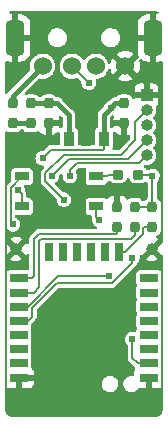
<source format=gbl>
G04 #@! TF.GenerationSoftware,KiCad,Pcbnew,(6.0.4-0)*
G04 #@! TF.CreationDate,2022-03-31T22:02:44+09:00*
G04 #@! TF.ProjectId,otaHID,6f746148-4944-42e6-9b69-6361645f7063,1.0*
G04 #@! TF.SameCoordinates,Original*
G04 #@! TF.FileFunction,Copper,L2,Bot*
G04 #@! TF.FilePolarity,Positive*
%FSLAX46Y46*%
G04 Gerber Fmt 4.6, Leading zero omitted, Abs format (unit mm)*
G04 Created by KiCad (PCBNEW (6.0.4-0)) date 2022-03-31 22:02:44*
%MOMM*%
%LPD*%
G01*
G04 APERTURE LIST*
G04 Aperture macros list*
%AMRoundRect*
0 Rectangle with rounded corners*
0 $1 Rounding radius*
0 $2 $3 $4 $5 $6 $7 $8 $9 X,Y pos of 4 corners*
0 Add a 4 corners polygon primitive as box body*
4,1,4,$2,$3,$4,$5,$6,$7,$8,$9,$2,$3,0*
0 Add four circle primitives for the rounded corners*
1,1,$1+$1,$2,$3*
1,1,$1+$1,$4,$5*
1,1,$1+$1,$6,$7*
1,1,$1+$1,$8,$9*
0 Add four rect primitives between the rounded corners*
20,1,$1+$1,$2,$3,$4,$5,0*
20,1,$1+$1,$4,$5,$6,$7,0*
20,1,$1+$1,$6,$7,$8,$9,0*
20,1,$1+$1,$8,$9,$2,$3,0*%
%AMFreePoly0*
4,1,9,3.562500,-0.866500,0.737500,-0.866500,0.737500,-0.450000,-0.737500,-0.450000,-0.737500,0.450000,0.737500,0.450000,0.737500,0.866500,3.562500,0.866500,3.562500,-0.866500,3.562500,-0.866500,$1*%
G04 Aperture macros list end*
G04 #@! TA.AperFunction,ComponentPad*
%ADD10R,1.000000X1.000000*%
G04 #@! TD*
G04 #@! TA.AperFunction,ComponentPad*
%ADD11O,1.000000X1.000000*%
G04 #@! TD*
G04 #@! TA.AperFunction,SMDPad,CuDef*
%ADD12RoundRect,0.200000X-0.200000X0.250000X-0.200000X-0.250000X0.200000X-0.250000X0.200000X0.250000X0*%
G04 #@! TD*
G04 #@! TA.AperFunction,SMDPad,CuDef*
%ADD13R,1.500000X0.800000*%
G04 #@! TD*
G04 #@! TA.AperFunction,SMDPad,CuDef*
%ADD14C,1.000000*%
G04 #@! TD*
G04 #@! TA.AperFunction,SMDPad,CuDef*
%ADD15R,0.800000X1.500000*%
G04 #@! TD*
G04 #@! TA.AperFunction,ComponentPad*
%ADD16C,1.524000*%
G04 #@! TD*
G04 #@! TA.AperFunction,ComponentPad*
%ADD17RoundRect,0.400000X0.400000X1.100000X-0.400000X1.100000X-0.400000X-1.100000X0.400000X-1.100000X0*%
G04 #@! TD*
G04 #@! TA.AperFunction,SMDPad,CuDef*
%ADD18RoundRect,0.200000X0.250000X0.200000X-0.250000X0.200000X-0.250000X-0.200000X0.250000X-0.200000X0*%
G04 #@! TD*
G04 #@! TA.AperFunction,SMDPad,CuDef*
%ADD19R,0.900000X1.300000*%
G04 #@! TD*
G04 #@! TA.AperFunction,SMDPad,CuDef*
%ADD20FreePoly0,90.000000*%
G04 #@! TD*
G04 #@! TA.AperFunction,SMDPad,CuDef*
%ADD21RoundRect,0.200000X0.200000X-0.250000X0.200000X0.250000X-0.200000X0.250000X-0.200000X-0.250000X0*%
G04 #@! TD*
G04 #@! TA.AperFunction,SMDPad,CuDef*
%ADD22R,1.200000X0.800000*%
G04 #@! TD*
G04 #@! TA.AperFunction,ViaPad*
%ADD23C,0.609600*%
G04 #@! TD*
G04 #@! TA.AperFunction,Conductor*
%ADD24C,0.406400*%
G04 #@! TD*
G04 #@! TA.AperFunction,Conductor*
%ADD25C,0.203200*%
G04 #@! TD*
G04 #@! TA.AperFunction,Conductor*
%ADD26C,0.152400*%
G04 #@! TD*
G04 APERTURE END LIST*
D10*
X5300000Y-2475000D03*
D11*
X5300000Y-3745000D03*
X5300000Y-5015000D03*
X5300000Y-6285000D03*
X5300000Y-7555000D03*
D12*
X3400000Y-3150000D03*
X3400000Y-4850000D03*
D13*
X-5500000Y-26370000D03*
X-5500000Y-25170000D03*
X-5500000Y-23970000D03*
X-5500000Y-22770000D03*
X-5500000Y-21570000D03*
X-5500000Y-20370000D03*
X-5500000Y-19170000D03*
X-5500000Y-17970000D03*
D14*
X-5750000Y-15470000D03*
D15*
X-3000000Y-15720000D03*
X-1800000Y-15720000D03*
X-600000Y-15720000D03*
X600000Y-15720000D03*
X1800000Y-15720000D03*
X3000000Y-15720000D03*
D14*
X5750000Y-15470000D03*
D13*
X5500000Y-17970000D03*
X5500000Y-19170000D03*
X5500000Y-20370000D03*
X5500000Y-21570000D03*
X5500000Y-22770000D03*
X5500000Y-23970000D03*
X5500000Y-25170000D03*
X5500000Y-26370000D03*
D12*
X-3000000Y-3150000D03*
X-3000000Y-4850000D03*
X4300000Y-11900000D03*
X4300000Y-13600000D03*
D16*
X-3500000Y0D03*
X-1000000Y0D03*
X1000000Y0D03*
X3500000Y0D03*
D17*
X5850000Y2400000D03*
X-5850000Y2400000D03*
D18*
X4600000Y-9200000D03*
X2900000Y-9200000D03*
D12*
X-4500000Y-3150000D03*
X-4500000Y-4850000D03*
X5800000Y-11900000D03*
X5800000Y-13600000D03*
D19*
X1700000Y-6125000D03*
D20*
X200000Y-6037500D03*
D19*
X-1300000Y-6125000D03*
D21*
X-6000000Y-4850000D03*
X-6000000Y-3150000D03*
D22*
X1050000Y-9330000D03*
X1050000Y-11870000D03*
X-5250000Y-11870000D03*
X-5250000Y-9330000D03*
D21*
X2800000Y-13600000D03*
X2800000Y-11900000D03*
D23*
X-2000000Y-1500000D03*
X-2500000Y-13200000D03*
X2000000Y-10500000D03*
X5499999Y-500000D03*
X3100000Y-27800000D03*
X0Y-23000000D03*
X2900000Y-6200000D03*
X-3700000Y-27700000D03*
X-400000Y-11600000D03*
X-5500000Y-500000D03*
X-3000000Y-6200000D03*
X-3500000Y-7800000D03*
X5800000Y-9300000D03*
X4100000Y-23100000D03*
X2300000Y-3500000D03*
X400000Y-1400000D03*
X-6000000Y-13400000D03*
X-5600000Y-10500000D03*
X-1700000Y-11300000D03*
X-2700000Y-9300000D03*
X-1200000Y-9300000D03*
X2100000Y-17800000D03*
X4100000Y-16200000D03*
X1300000Y-13000000D03*
D24*
X-1300000Y-4100000D02*
X-2250000Y-3150000D01*
X-2250000Y-3150000D02*
X-3000000Y-3150000D01*
X-4500000Y-3150000D02*
X-3000000Y-3150000D01*
X-1300000Y-6125000D02*
X-1300000Y-4100000D01*
D25*
X6594080Y-14625920D02*
X6594080Y-2500000D01*
D26*
X-5500000Y-26370000D02*
X-3930000Y-26370000D01*
X-6400000Y-6200000D02*
X-6619480Y-6419480D01*
X-3500000Y-26800000D02*
X-3500000Y-27500000D01*
X-3500000Y-27500000D02*
X-3700000Y-27700000D01*
X-5500000Y-27700000D02*
X-5500000Y-26370000D01*
X3400000Y-4850000D02*
X3400000Y-5700000D01*
D25*
X6569080Y-2475000D02*
X5300000Y-2475000D01*
D26*
X-6619480Y-6419480D02*
X-6619480Y-27800000D01*
X-6619480Y-27800000D02*
X-5600000Y-27800000D01*
X-3930000Y-26370000D02*
X-3500000Y-26800000D01*
D25*
X5500000Y-27400000D02*
X5800000Y-27700000D01*
X6594080Y-16300000D02*
X6580000Y-16300000D01*
D26*
X-3000000Y-6200000D02*
X-6400000Y-6200000D01*
D25*
X5750000Y-15470000D02*
X6594080Y-14625920D01*
X6594080Y-27605920D02*
X6594080Y-16300000D01*
X6594080Y-2500000D02*
X6569080Y-2475000D01*
D26*
X-5600000Y-27800000D02*
X-5500000Y-27700000D01*
D25*
X5500000Y-26370000D02*
X5500000Y-27400000D01*
D26*
X3400000Y-5700000D02*
X2900000Y-6200000D01*
D25*
X5800000Y-27700000D02*
X6500000Y-27700000D01*
X6500000Y-27700000D02*
X6594080Y-27605920D01*
X6580000Y-16300000D02*
X5750000Y-15470000D01*
X1700000Y-6978200D02*
X1568960Y-7109240D01*
D24*
X2650000Y-3150000D02*
X3400000Y-3150000D01*
D25*
X4546800Y-25170000D02*
X4100000Y-24723200D01*
X5500000Y-25170000D02*
X4546800Y-25170000D01*
X4100000Y-24723200D02*
X4100000Y-23100000D01*
D24*
X1700000Y-6125000D02*
X1700000Y-4100000D01*
D25*
X-2809240Y-7109240D02*
X-3500000Y-7800000D01*
D24*
X2300000Y-3500000D02*
X2650000Y-3150000D01*
X1700000Y-4100000D02*
X2300000Y-3500000D01*
D25*
X5800000Y-11900000D02*
X5800000Y-9300000D01*
X1700000Y-6125000D02*
X1700000Y-6978200D01*
X4600000Y-9200000D02*
X5700000Y-9200000D01*
X1568960Y-7109240D02*
X-2809240Y-7109240D01*
X5800000Y-11900000D02*
X4300000Y-11900000D01*
X5700000Y-9200000D02*
X5800000Y-9300000D01*
D24*
X-6000000Y-4850000D02*
X-4500000Y-4850000D01*
X-6000000Y-2500000D02*
X-6000000Y-3150000D01*
X-3500000Y0D02*
X-6000000Y-2500000D01*
D25*
X-1000000Y0D02*
X400000Y-1400000D01*
D26*
X-5255493Y-9330000D02*
X-6200000Y-10274507D01*
X-5250000Y-9330000D02*
X-5255493Y-9330000D01*
X-6200000Y-13200000D02*
X-6000000Y-13400000D01*
X-6200000Y-10274507D02*
X-6200000Y-13200000D01*
X-5250000Y-11870000D02*
X-5250000Y-10850000D01*
X-5250000Y-10850000D02*
X-5600000Y-10500000D01*
X4300000Y-4745000D02*
X5300000Y-3745000D01*
X3100000Y-7489760D02*
X4300000Y-6289760D01*
X-1715253Y-7489760D02*
X3100000Y-7489760D01*
X-3283711Y-9716289D02*
X-3283711Y-9058218D01*
X4300000Y-6289760D02*
X4300000Y-4745000D01*
X-1700000Y-11300000D02*
X-3283711Y-9716289D01*
X-3283711Y-9058218D02*
X-1715253Y-7489760D01*
X3740120Y-7844880D02*
X5300000Y-6285000D01*
X-1244880Y-7844880D02*
X3740120Y-7844880D01*
X-2700000Y-9300000D02*
X-1244880Y-7844880D01*
X4655000Y-8200000D02*
X5300000Y-7555000D01*
X-1200000Y-8800000D02*
X-1200000Y-9300000D01*
X-600000Y-8200000D02*
X4655000Y-8200000D01*
X-600000Y-8200000D02*
X-1200000Y-8800000D01*
D25*
X-4270000Y-19170000D02*
X-5500000Y-19170000D01*
X-3638622Y-14600000D02*
X-3800000Y-14761378D01*
X-3800000Y-18700000D02*
X-4270000Y-19170000D01*
X4000000Y-14600000D02*
X-3638622Y-14600000D01*
X4300000Y-14300000D02*
X4000000Y-14600000D01*
X-3800000Y-14761378D02*
X-3800000Y-18700000D01*
X4300000Y-13600000D02*
X4300000Y-14300000D01*
X-4205920Y-14593241D02*
X-4205920Y-17800000D01*
X2705920Y-14194080D02*
X-3806760Y-14194080D01*
X-3806760Y-14194080D02*
X-4205920Y-14593241D01*
X-4375920Y-17970000D02*
X-5500000Y-17970000D01*
X-4205920Y-17800000D02*
X-4375920Y-17970000D01*
X2800000Y-14100000D02*
X2705920Y-14194080D01*
X2800000Y-13600000D02*
X2800000Y-14100000D01*
X3454058Y-15720000D02*
X3000000Y-15720000D01*
X5100000Y-13600000D02*
X5004320Y-13695680D01*
X5800000Y-13600000D02*
X5100000Y-13600000D01*
X5004320Y-14169738D02*
X3454058Y-15720000D01*
X5004320Y-13695680D02*
X5004320Y-14169738D01*
X1050000Y-9330000D02*
X1970000Y-9330000D01*
X1970000Y-9330000D02*
X2100000Y-9200000D01*
X2100000Y-9200000D02*
X2900000Y-9200000D01*
D26*
X-2200000Y-17800000D02*
X-4770000Y-20370000D01*
X2100000Y-17800000D02*
X-2200000Y-17800000D01*
X-4770000Y-20370000D02*
X-5500000Y-20370000D01*
X2341782Y-18383711D02*
X-2281495Y-18383711D01*
X4100000Y-16625493D02*
X2341782Y-18383711D01*
X-4400000Y-21200000D02*
X-4770000Y-21570000D01*
X-4400000Y-20502216D02*
X-4400000Y-21200000D01*
X4100000Y-16200000D02*
X4100000Y-16625493D01*
X-2281495Y-18383711D02*
X-4400000Y-20502216D01*
X-4770000Y-21570000D02*
X-5500000Y-21570000D01*
X1050000Y-12750000D02*
X1300000Y-13000000D01*
X1050000Y-11870000D02*
X1050000Y-12750000D01*
G04 #@! TA.AperFunction,Conductor*
G36*
X6629270Y-14021058D02*
G01*
X6679388Y-14071344D01*
X6694700Y-14131544D01*
X6694700Y-14849154D01*
X6674698Y-14917275D01*
X6621042Y-14963768D01*
X6611588Y-14967622D01*
X6122022Y-15457188D01*
X6114408Y-15471132D01*
X6114539Y-15472965D01*
X6118790Y-15479580D01*
X6606661Y-15967451D01*
X6629087Y-15979697D01*
X6679288Y-16029900D01*
X6694700Y-16090284D01*
X6694700Y-17278672D01*
X6674698Y-17346793D01*
X6621042Y-17393286D01*
X6550768Y-17403390D01*
X6486188Y-17373896D01*
X6479683Y-17367846D01*
X6433705Y-17321948D01*
X6433703Y-17321947D01*
X6425472Y-17313730D01*
X6321451Y-17267742D01*
X6295358Y-17264700D01*
X4704642Y-17264700D01*
X4693748Y-17265996D01*
X4687407Y-17266750D01*
X4687404Y-17266751D01*
X4678022Y-17267867D01*
X4574081Y-17314036D01*
X4534002Y-17354186D01*
X4501948Y-17386295D01*
X4501947Y-17386297D01*
X4493730Y-17394528D01*
X4447742Y-17498549D01*
X4444700Y-17524642D01*
X4444700Y-18415358D01*
X4447867Y-18441978D01*
X4451705Y-18450618D01*
X4481987Y-18518793D01*
X4491360Y-18589168D01*
X4482077Y-18620887D01*
X4447742Y-18698549D01*
X4444700Y-18724642D01*
X4444700Y-19615358D01*
X4447867Y-19641978D01*
X4451705Y-19650618D01*
X4481987Y-19718793D01*
X4491360Y-19789168D01*
X4482077Y-19820887D01*
X4447742Y-19898549D01*
X4444700Y-19924642D01*
X4444700Y-20815358D01*
X4447867Y-20841978D01*
X4451705Y-20850618D01*
X4481987Y-20918793D01*
X4491360Y-20989168D01*
X4482077Y-21020887D01*
X4447742Y-21098549D01*
X4444700Y-21124642D01*
X4444700Y-22015358D01*
X4445996Y-22026252D01*
X4446685Y-22032040D01*
X4447867Y-22041978D01*
X4451705Y-22050618D01*
X4481987Y-22118793D01*
X4491360Y-22189168D01*
X4482077Y-22220887D01*
X4447742Y-22298549D01*
X4444700Y-22324642D01*
X4444700Y-22395937D01*
X4424698Y-22464058D01*
X4371042Y-22510551D01*
X4300768Y-22520655D01*
X4288015Y-22518143D01*
X4177027Y-22490265D01*
X4169428Y-22490225D01*
X4169426Y-22490225D01*
X4107798Y-22489903D01*
X4029362Y-22489492D01*
X4021982Y-22491264D01*
X4021980Y-22491264D01*
X3893153Y-22522192D01*
X3893149Y-22522193D01*
X3885774Y-22523964D01*
X3754554Y-22591692D01*
X3643277Y-22688765D01*
X3558368Y-22809579D01*
X3504727Y-22947160D01*
X3485453Y-23093564D01*
X3501657Y-23240340D01*
X3512984Y-23271291D01*
X3549116Y-23370028D01*
X3552404Y-23379014D01*
X3556640Y-23385317D01*
X3556640Y-23385318D01*
X3580757Y-23421207D01*
X3634765Y-23501580D01*
X3640385Y-23506693D01*
X3640386Y-23506695D01*
X3651900Y-23517172D01*
X3688822Y-23577813D01*
X3693100Y-23610365D01*
X3693100Y-24787646D01*
X3696165Y-24797079D01*
X3700054Y-24809048D01*
X3704670Y-24828274D01*
X3708191Y-24850506D01*
X3712692Y-24859339D01*
X3712692Y-24859340D01*
X3718408Y-24870558D01*
X3725972Y-24888820D01*
X3729864Y-24900797D01*
X3732930Y-24910232D01*
X3738761Y-24918257D01*
X3746160Y-24928441D01*
X3756490Y-24945296D01*
X3766708Y-24965351D01*
X4304649Y-25503292D01*
X4307970Y-25504984D01*
X4349225Y-25558486D01*
X4355300Y-25629222D01*
X4332636Y-25679764D01*
X4305212Y-25716356D01*
X4296676Y-25731946D01*
X4251522Y-25852394D01*
X4247895Y-25867649D01*
X4242369Y-25918514D01*
X4242000Y-25925328D01*
X4242000Y-26101981D01*
X4221998Y-26170102D01*
X4168342Y-26216595D01*
X4099555Y-26226903D01*
X4044844Y-26219700D01*
X3958708Y-26219700D01*
X3879605Y-26229273D01*
X3844077Y-26233572D01*
X3844076Y-26233572D01*
X3836534Y-26234485D01*
X3816646Y-26242000D01*
X3689610Y-26290002D01*
X3689608Y-26290003D01*
X3682505Y-26292687D01*
X3546805Y-26385951D01*
X3437269Y-26508892D01*
X3433713Y-26515608D01*
X3374800Y-26626876D01*
X3360220Y-26654412D01*
X3320107Y-26814110D01*
X3319245Y-26978766D01*
X3321017Y-26986146D01*
X3321017Y-26986148D01*
X3354526Y-27125724D01*
X3357683Y-27138875D01*
X3361164Y-27145619D01*
X3420141Y-27259884D01*
X3433204Y-27285194D01*
X3438196Y-27290916D01*
X3438197Y-27290918D01*
X3536452Y-27403550D01*
X3536456Y-27403553D01*
X3541447Y-27409275D01*
X3547657Y-27413640D01*
X3547661Y-27413643D01*
X3669945Y-27499586D01*
X3669947Y-27499587D01*
X3676162Y-27503955D01*
X3829574Y-27563767D01*
X3955156Y-27580300D01*
X4041292Y-27580300D01*
X4120395Y-27570727D01*
X4155923Y-27566428D01*
X4155924Y-27566428D01*
X4163466Y-27565515D01*
X4218260Y-27544810D01*
X4310390Y-27509998D01*
X4310392Y-27509997D01*
X4317495Y-27507313D01*
X4453195Y-27414049D01*
X4542492Y-27313824D01*
X4602743Y-27276268D01*
X4650177Y-27272380D01*
X4698514Y-27277631D01*
X4705328Y-27278000D01*
X5227885Y-27278000D01*
X5243124Y-27273525D01*
X5244329Y-27272135D01*
X5246000Y-27264452D01*
X5246000Y-26242000D01*
X5266002Y-26173879D01*
X5319658Y-26127386D01*
X5372000Y-26116000D01*
X5628000Y-26116000D01*
X5696121Y-26136002D01*
X5742614Y-26189658D01*
X5754000Y-26242000D01*
X5754000Y-27259884D01*
X5758475Y-27275123D01*
X5759865Y-27276328D01*
X5767548Y-27277999D01*
X6294669Y-27277999D01*
X6301490Y-27277629D01*
X6352352Y-27272105D01*
X6367604Y-27268479D01*
X6488061Y-27223321D01*
X6508192Y-27212300D01*
X6577549Y-27197131D01*
X6644097Y-27221868D01*
X6686707Y-27278656D01*
X6694700Y-27322820D01*
X6694700Y-28962264D01*
X6692786Y-28984142D01*
X6689990Y-29000000D01*
X6691904Y-29010855D01*
X6691904Y-29021879D01*
X6690865Y-29021879D01*
X6691317Y-29034345D01*
X6682568Y-29123179D01*
X6677749Y-29147405D01*
X6645422Y-29253973D01*
X6635970Y-29276793D01*
X6583472Y-29375010D01*
X6569749Y-29395548D01*
X6499099Y-29481634D01*
X6481634Y-29499099D01*
X6395548Y-29569749D01*
X6375010Y-29583472D01*
X6276793Y-29635970D01*
X6253973Y-29645422D01*
X6147405Y-29677749D01*
X6123179Y-29682568D01*
X6034345Y-29691317D01*
X6021879Y-29690865D01*
X6021879Y-29691904D01*
X6010855Y-29691904D01*
X6000000Y-29689990D01*
X5984142Y-29692786D01*
X5962264Y-29694700D01*
X-5962264Y-29694700D01*
X-5984142Y-29692786D01*
X-6000000Y-29689990D01*
X-6010855Y-29691904D01*
X-6021879Y-29691904D01*
X-6021879Y-29690865D01*
X-6034345Y-29691317D01*
X-6123179Y-29682568D01*
X-6147406Y-29677749D01*
X-6253975Y-29645421D01*
X-6276794Y-29635969D01*
X-6375010Y-29583472D01*
X-6395548Y-29569749D01*
X-6481634Y-29499099D01*
X-6499099Y-29481634D01*
X-6569749Y-29395548D01*
X-6583472Y-29375010D01*
X-6635969Y-29276794D01*
X-6645421Y-29253975D01*
X-6677749Y-29147406D01*
X-6682568Y-29123179D01*
X-6691317Y-29034345D01*
X-6690865Y-29021879D01*
X-6691904Y-29021879D01*
X-6691904Y-29010855D01*
X-6689990Y-29000000D01*
X-6692786Y-28984142D01*
X-6694700Y-28962264D01*
X-6694700Y-27322820D01*
X-6674698Y-27254699D01*
X-6621042Y-27208206D01*
X-6550768Y-27198102D01*
X-6508192Y-27212300D01*
X-6488061Y-27223321D01*
X-6367606Y-27268478D01*
X-6352351Y-27272105D01*
X-6301486Y-27277631D01*
X-6294672Y-27278000D01*
X-5772115Y-27278000D01*
X-5756876Y-27273525D01*
X-5755671Y-27272135D01*
X-5754000Y-27264452D01*
X-5754000Y-27259884D01*
X-5246000Y-27259884D01*
X-5241525Y-27275123D01*
X-5240135Y-27276328D01*
X-5232452Y-27277999D01*
X-4705331Y-27277999D01*
X-4698510Y-27277629D01*
X-4647648Y-27272105D01*
X-4632396Y-27268479D01*
X-4511946Y-27223324D01*
X-4496351Y-27214786D01*
X-4394276Y-27138285D01*
X-4381715Y-27125724D01*
X-4305214Y-27023649D01*
X-4296676Y-27008054D01*
X-4285696Y-26978766D01*
X1519245Y-26978766D01*
X1521017Y-26986146D01*
X1521017Y-26986148D01*
X1554526Y-27125724D01*
X1557683Y-27138875D01*
X1561164Y-27145619D01*
X1620141Y-27259884D01*
X1633204Y-27285194D01*
X1638196Y-27290916D01*
X1638197Y-27290918D01*
X1736452Y-27403550D01*
X1736456Y-27403553D01*
X1741447Y-27409275D01*
X1747657Y-27413640D01*
X1747661Y-27413643D01*
X1869945Y-27499586D01*
X1869947Y-27499587D01*
X1876162Y-27503955D01*
X2029574Y-27563767D01*
X2155156Y-27580300D01*
X2241292Y-27580300D01*
X2320395Y-27570727D01*
X2355923Y-27566428D01*
X2355924Y-27566428D01*
X2363466Y-27565515D01*
X2418260Y-27544810D01*
X2510390Y-27509998D01*
X2510392Y-27509997D01*
X2517495Y-27507313D01*
X2653195Y-27414049D01*
X2762731Y-27291108D01*
X2772793Y-27272105D01*
X2836226Y-27152301D01*
X2836227Y-27152299D01*
X2839780Y-27145588D01*
X2843320Y-27131496D01*
X2878042Y-26993261D01*
X2878042Y-26993257D01*
X2879893Y-26985890D01*
X2880755Y-26821234D01*
X2842317Y-26661125D01*
X2766796Y-26514806D01*
X2756690Y-26503221D01*
X2663548Y-26396450D01*
X2663544Y-26396447D01*
X2658553Y-26390725D01*
X2652343Y-26386360D01*
X2652339Y-26386357D01*
X2530055Y-26300414D01*
X2530053Y-26300413D01*
X2523838Y-26296045D01*
X2370426Y-26236233D01*
X2244844Y-26219700D01*
X2158708Y-26219700D01*
X2079605Y-26229273D01*
X2044077Y-26233572D01*
X2044076Y-26233572D01*
X2036534Y-26234485D01*
X2016646Y-26242000D01*
X1889610Y-26290002D01*
X1889608Y-26290003D01*
X1882505Y-26292687D01*
X1746805Y-26385951D01*
X1637269Y-26508892D01*
X1633713Y-26515608D01*
X1574800Y-26626876D01*
X1560220Y-26654412D01*
X1520107Y-26814110D01*
X1519245Y-26978766D01*
X-4285696Y-26978766D01*
X-4251522Y-26887606D01*
X-4247895Y-26872351D01*
X-4242369Y-26821486D01*
X-4242000Y-26814672D01*
X-4242000Y-26642115D01*
X-4246475Y-26626876D01*
X-4247865Y-26625671D01*
X-4255548Y-26624000D01*
X-5227885Y-26624000D01*
X-5243124Y-26628475D01*
X-5244329Y-26629865D01*
X-5246000Y-26637548D01*
X-5246000Y-27259884D01*
X-5754000Y-27259884D01*
X-5754000Y-26242000D01*
X-5733998Y-26173879D01*
X-5680342Y-26127386D01*
X-5628000Y-26116000D01*
X-4260116Y-26116000D01*
X-4244877Y-26111525D01*
X-4243672Y-26110135D01*
X-4242001Y-26102452D01*
X-4242001Y-25925331D01*
X-4242371Y-25918510D01*
X-4247895Y-25867648D01*
X-4251521Y-25852396D01*
X-4296676Y-25731946D01*
X-4305214Y-25716351D01*
X-4381715Y-25614276D01*
X-4400626Y-25595365D01*
X-4399707Y-25594446D01*
X-4436781Y-25544862D01*
X-4444700Y-25500897D01*
X-4444700Y-24724642D01*
X-4447867Y-24698022D01*
X-4481987Y-24621207D01*
X-4491360Y-24550832D01*
X-4482076Y-24519111D01*
X-4451573Y-24450116D01*
X-4447742Y-24441451D01*
X-4444700Y-24415358D01*
X-4444700Y-23524642D01*
X-4447867Y-23498022D01*
X-4481987Y-23421207D01*
X-4491360Y-23350832D01*
X-4482076Y-23319111D01*
X-4451573Y-23250116D01*
X-4447742Y-23241451D01*
X-4444700Y-23215358D01*
X-4444700Y-22324642D01*
X-4445996Y-22313748D01*
X-4446750Y-22307407D01*
X-4446751Y-22307404D01*
X-4447867Y-22298022D01*
X-4481987Y-22221207D01*
X-4491360Y-22150832D01*
X-4482076Y-22119111D01*
X-4451573Y-22050116D01*
X-4447742Y-22041451D01*
X-4444700Y-22015358D01*
X-4444700Y-21836413D01*
X-4424698Y-21768292D01*
X-4407795Y-21747317D01*
X-4168517Y-21508040D01*
X-4149506Y-21492686D01*
X-4148444Y-21491720D01*
X-4139696Y-21486071D01*
X-4133252Y-21477896D01*
X-4133249Y-21477894D01*
X-4118771Y-21459528D01*
X-4114794Y-21455053D01*
X-4114865Y-21454992D01*
X-4111512Y-21451035D01*
X-4107829Y-21447352D01*
X-4096545Y-21431561D01*
X-4092982Y-21426815D01*
X-4067512Y-21394507D01*
X-4067511Y-21394506D01*
X-4061066Y-21386330D01*
X-4058015Y-21377643D01*
X-4052666Y-21370157D01*
X-4037901Y-21320786D01*
X-4036067Y-21315141D01*
X-4018984Y-21266498D01*
X-4018500Y-21260909D01*
X-4018500Y-21258198D01*
X-4018385Y-21255531D01*
X-4018366Y-21255468D01*
X-4018192Y-21255475D01*
X-4018145Y-21254729D01*
X-4016275Y-21248476D01*
X-4018403Y-21194322D01*
X-4018500Y-21189375D01*
X-4018500Y-20712428D01*
X-3998498Y-20644307D01*
X-3981595Y-20623333D01*
X-2160378Y-18802116D01*
X-2098066Y-18768090D01*
X-2071283Y-18765211D01*
X2287647Y-18765211D01*
X2311946Y-18767797D01*
X2313384Y-18767865D01*
X2323562Y-18770056D01*
X2357123Y-18766084D01*
X2363102Y-18765732D01*
X2363094Y-18765639D01*
X2368272Y-18765211D01*
X2373474Y-18765211D01*
X2392628Y-18762023D01*
X2398486Y-18761189D01*
X2415100Y-18759223D01*
X2439349Y-18756353D01*
X2439350Y-18756353D01*
X2449689Y-18755129D01*
X2457988Y-18751144D01*
X2467065Y-18749633D01*
X2512433Y-18725153D01*
X2517696Y-18722472D01*
X2557032Y-18703584D01*
X2557036Y-18703581D01*
X2564180Y-18700151D01*
X2568474Y-18696541D01*
X2570406Y-18694609D01*
X2572355Y-18692822D01*
X2572408Y-18692793D01*
X2572527Y-18692923D01*
X2573095Y-18692422D01*
X2578839Y-18689323D01*
X2615650Y-18649501D01*
X2619079Y-18645936D01*
X4331476Y-16933539D01*
X4350499Y-16918175D01*
X4351558Y-16917211D01*
X4360304Y-16911564D01*
X4366752Y-16903385D01*
X4366754Y-16903383D01*
X4381234Y-16885016D01*
X4385209Y-16880543D01*
X4385137Y-16880482D01*
X4388490Y-16876525D01*
X4392171Y-16872844D01*
X4403455Y-16857053D01*
X4407019Y-16852307D01*
X4432487Y-16820001D01*
X4438934Y-16811823D01*
X4441984Y-16803138D01*
X4447335Y-16795650D01*
X4462115Y-16746227D01*
X4463918Y-16740679D01*
X4477315Y-16702529D01*
X4514364Y-16648474D01*
X4552391Y-16615995D01*
X4556826Y-16609824D01*
X4556828Y-16609821D01*
X4595476Y-16556036D01*
X4638561Y-16496077D01*
X4693640Y-16359065D01*
X4696477Y-16339132D01*
X5245698Y-16339132D01*
X5250607Y-16345690D01*
X5339118Y-16395157D01*
X5350357Y-16400067D01*
X5526641Y-16457345D01*
X5538615Y-16459978D01*
X5722676Y-16481926D01*
X5734925Y-16482183D01*
X5919742Y-16467962D01*
X5931822Y-16465831D01*
X6110345Y-16415986D01*
X6121778Y-16411552D01*
X6245507Y-16349052D01*
X6255791Y-16339407D01*
X6253553Y-16332763D01*
X5762812Y-15842022D01*
X5748868Y-15834408D01*
X5747035Y-15834539D01*
X5740420Y-15838790D01*
X5252458Y-16326752D01*
X5245698Y-16339132D01*
X4696477Y-16339132D01*
X4714446Y-16212871D01*
X4714581Y-16200000D01*
X4703513Y-16108540D01*
X4715186Y-16038511D01*
X4762867Y-15985909D01*
X4831418Y-15967436D01*
X4858462Y-15970994D01*
X4879181Y-15976048D01*
X4887666Y-15973124D01*
X6247834Y-14612956D01*
X6254594Y-14600576D01*
X6249935Y-14594353D01*
X6167546Y-14549805D01*
X6117137Y-14499810D01*
X6101760Y-14430499D01*
X6126296Y-14363877D01*
X6183246Y-14320987D01*
X6236749Y-14300930D01*
X6236748Y-14300930D01*
X6245152Y-14297780D01*
X6252331Y-14292400D01*
X6252334Y-14292398D01*
X6353794Y-14216357D01*
X6360975Y-14210975D01*
X6420506Y-14131544D01*
X6442398Y-14102334D01*
X6442400Y-14102331D01*
X6447780Y-14095152D01*
X6450930Y-14086750D01*
X6455242Y-14078873D01*
X6456529Y-14079578D01*
X6493360Y-14030550D01*
X6559922Y-14005850D01*
X6629270Y-14021058D01*
G37*
G04 #@! TD.AperFunction*
G04 #@! TA.AperFunction,Conductor*
G36*
X-1994769Y-4145783D02*
G01*
X-1941699Y-4177428D01*
X-1845405Y-4273722D01*
X-1811379Y-4336034D01*
X-1808500Y-4362817D01*
X-1808500Y-5084977D01*
X-1828502Y-5153098D01*
X-1883349Y-5200127D01*
X-1916161Y-5214701D01*
X-1986532Y-5224075D01*
X-2050803Y-5193913D01*
X-2088203Y-5135047D01*
X-2096474Y-5106876D01*
X-2097865Y-5105671D01*
X-2105548Y-5104000D01*
X-2727885Y-5104000D01*
X-2743124Y-5108475D01*
X-2744329Y-5109865D01*
X-2746000Y-5117548D01*
X-2746000Y-5789884D01*
X-2741525Y-5805123D01*
X-2740135Y-5806328D01*
X-2735706Y-5807291D01*
X-2676685Y-5801868D01*
X-2663649Y-5799257D01*
X-2513757Y-5752285D01*
X-2500012Y-5746079D01*
X-2366426Y-5665176D01*
X-2354557Y-5655869D01*
X-2270395Y-5571707D01*
X-2208083Y-5537681D01*
X-2137268Y-5542746D01*
X-2080432Y-5585293D01*
X-2055621Y-5651813D01*
X-2055300Y-5660802D01*
X-2055300Y-6576340D01*
X-2075302Y-6644461D01*
X-2128958Y-6690954D01*
X-2181300Y-6702340D01*
X-2873687Y-6702340D01*
X-2892902Y-6708583D01*
X-2895090Y-6709294D01*
X-2914310Y-6713908D01*
X-2926750Y-6715879D01*
X-2926753Y-6715880D01*
X-2936546Y-6717431D01*
X-2956599Y-6727649D01*
X-2974860Y-6735213D01*
X-2996272Y-6742170D01*
X-3004296Y-6748000D01*
X-3004298Y-6748001D01*
X-3014481Y-6755400D01*
X-3031336Y-6765730D01*
X-3051391Y-6775948D01*
X-3428307Y-7152864D01*
X-3490619Y-7186890D01*
X-3518061Y-7189767D01*
X-3518485Y-7189765D01*
X-3570638Y-7189492D01*
X-3578017Y-7191264D01*
X-3578021Y-7191264D01*
X-3706847Y-7222192D01*
X-3706851Y-7222193D01*
X-3714226Y-7223964D01*
X-3845446Y-7291692D01*
X-3956723Y-7388765D01*
X-4041632Y-7509579D01*
X-4044391Y-7516654D01*
X-4044392Y-7516657D01*
X-4072908Y-7589798D01*
X-4095273Y-7647160D01*
X-4096265Y-7654693D01*
X-4096265Y-7654694D01*
X-4109672Y-7756537D01*
X-4114547Y-7793564D01*
X-4098343Y-7940340D01*
X-4047596Y-8079014D01*
X-3965235Y-8201580D01*
X-3959616Y-8206693D01*
X-3959615Y-8206694D01*
X-3861631Y-8295852D01*
X-3856015Y-8300962D01*
X-3726242Y-8371423D01*
X-3583408Y-8408895D01*
X-3477765Y-8410554D01*
X-3409967Y-8431623D01*
X-3364323Y-8486002D01*
X-3355323Y-8556426D01*
X-3390649Y-8625633D01*
X-3515190Y-8750174D01*
X-3534206Y-8765533D01*
X-3535267Y-8766499D01*
X-3544015Y-8772147D01*
X-3550461Y-8780324D01*
X-3564940Y-8798690D01*
X-3568917Y-8803165D01*
X-3568846Y-8803226D01*
X-3572199Y-8807183D01*
X-3575882Y-8810866D01*
X-3578908Y-8815101D01*
X-3578910Y-8815103D01*
X-3587164Y-8826654D01*
X-3590729Y-8831403D01*
X-3612129Y-8858549D01*
X-3622645Y-8871888D01*
X-3625696Y-8880575D01*
X-3631045Y-8888061D01*
X-3634028Y-8898037D01*
X-3634029Y-8898038D01*
X-3645809Y-8937429D01*
X-3647639Y-8943061D01*
X-3664727Y-8991720D01*
X-3665211Y-8997309D01*
X-3665211Y-9000020D01*
X-3665326Y-9002687D01*
X-3665345Y-9002750D01*
X-3665519Y-9002743D01*
X-3665566Y-9003489D01*
X-3667436Y-9009742D01*
X-3667027Y-9020146D01*
X-3665308Y-9063896D01*
X-3665211Y-9068843D01*
X-3665211Y-9662154D01*
X-3667797Y-9686453D01*
X-3667865Y-9687891D01*
X-3670056Y-9698069D01*
X-3667934Y-9715995D01*
X-3666084Y-9731631D01*
X-3665732Y-9737609D01*
X-3665639Y-9737601D01*
X-3665211Y-9742779D01*
X-3665211Y-9747981D01*
X-3662253Y-9765750D01*
X-3662025Y-9767121D01*
X-3661188Y-9773000D01*
X-3656584Y-9811898D01*
X-3655129Y-9824196D01*
X-3651144Y-9832495D01*
X-3649633Y-9841572D01*
X-3625153Y-9886940D01*
X-3622472Y-9892203D01*
X-3603584Y-9931539D01*
X-3603581Y-9931543D01*
X-3600151Y-9938687D01*
X-3596541Y-9942981D01*
X-3594609Y-9944913D01*
X-3592822Y-9946862D01*
X-3592793Y-9946915D01*
X-3592923Y-9947034D01*
X-3592422Y-9947602D01*
X-3589323Y-9953346D01*
X-3581678Y-9960413D01*
X-3549502Y-9990156D01*
X-3545936Y-9993586D01*
X-2350386Y-11189136D01*
X-2316360Y-11251448D01*
X-2313488Y-11279549D01*
X-2313556Y-11286036D01*
X-2314547Y-11293564D01*
X-2298343Y-11440340D01*
X-2247596Y-11579014D01*
X-2243360Y-11585317D01*
X-2243360Y-11585318D01*
X-2231981Y-11602251D01*
X-2165235Y-11701580D01*
X-2056015Y-11800962D01*
X-1926242Y-11871423D01*
X-1783408Y-11908895D01*
X-1706621Y-11910101D01*
X-1643357Y-11911095D01*
X-1643354Y-11911095D01*
X-1635759Y-11911214D01*
X-1583964Y-11899351D01*
X-1499221Y-11879943D01*
X-1499217Y-11879942D01*
X-1491818Y-11878247D01*
X-1471046Y-11867800D01*
X-1366679Y-11815310D01*
X-1366676Y-11815308D01*
X-1359896Y-11811898D01*
X-1247609Y-11715995D01*
X-1161439Y-11596077D01*
X-1106360Y-11459065D01*
X-1085554Y-11312871D01*
X-1085419Y-11300000D01*
X-1103159Y-11153402D01*
X-1155356Y-11015267D01*
X-1199702Y-10950743D01*
X-1234694Y-10899829D01*
X-1234695Y-10899827D01*
X-1238996Y-10893570D01*
X-1349250Y-10795337D01*
X-1355960Y-10791784D01*
X-1473043Y-10729792D01*
X-1473045Y-10729791D01*
X-1479754Y-10726239D01*
X-1526660Y-10714457D01*
X-1615602Y-10692116D01*
X-1615606Y-10692116D01*
X-1622973Y-10690265D01*
X-1630572Y-10690225D01*
X-1630574Y-10690225D01*
X-1719184Y-10689761D01*
X-1787199Y-10669403D01*
X-1807619Y-10652858D01*
X-2428667Y-10031810D01*
X-2462693Y-9969498D01*
X-2457628Y-9898683D01*
X-2415081Y-9841847D01*
X-2396186Y-9830150D01*
X-2366680Y-9815310D01*
X-2359896Y-9811898D01*
X-2247609Y-9715995D01*
X-2161439Y-9596077D01*
X-2106360Y-9459065D01*
X-2085554Y-9312871D01*
X-2085419Y-9300000D01*
X-2086155Y-9293916D01*
X-2086056Y-9293324D01*
X-2086141Y-9291782D01*
X-2085796Y-9291763D01*
X-2074480Y-9223886D01*
X-2050162Y-9189686D01*
X-2025542Y-9165066D01*
X-1963230Y-9131040D01*
X-1892415Y-9136105D01*
X-1835579Y-9178652D01*
X-1810768Y-9245172D01*
X-1811525Y-9270605D01*
X-1813556Y-9286030D01*
X-1813556Y-9286037D01*
X-1814547Y-9293564D01*
X-1798343Y-9440340D01*
X-1795733Y-9447472D01*
X-1756815Y-9553821D01*
X-1747596Y-9579014D01*
X-1743360Y-9585317D01*
X-1743360Y-9585318D01*
X-1681073Y-9678010D01*
X-1665235Y-9701580D01*
X-1659616Y-9706693D01*
X-1659615Y-9706694D01*
X-1561631Y-9795852D01*
X-1556015Y-9800962D01*
X-1426242Y-9871423D01*
X-1283408Y-9908895D01*
X-1206621Y-9910101D01*
X-1143357Y-9911095D01*
X-1143354Y-9911095D01*
X-1135759Y-9911214D01*
X-1080627Y-9898587D01*
X-999221Y-9879943D01*
X-999217Y-9879942D01*
X-991818Y-9878247D01*
X-937503Y-9850930D01*
X-866679Y-9815310D01*
X-866676Y-9815308D01*
X-859896Y-9811898D01*
X-747609Y-9715995D01*
X-661439Y-9596077D01*
X-606360Y-9459065D01*
X-585554Y-9312871D01*
X-585419Y-9300000D01*
X-587109Y-9286030D01*
X-592054Y-9245172D01*
X-603159Y-9153402D01*
X-655356Y-9015267D01*
X-663963Y-9002743D01*
X-685771Y-8971013D01*
X-707872Y-8903544D01*
X-689987Y-8834837D01*
X-671027Y-8810549D01*
X-593979Y-8733502D01*
X-478881Y-8618404D01*
X-416569Y-8584379D01*
X-389786Y-8581500D01*
X76757Y-8581500D01*
X144878Y-8601502D01*
X191371Y-8655158D01*
X201475Y-8725432D01*
X191997Y-8758448D01*
X147742Y-8858549D01*
X144700Y-8884642D01*
X144700Y-9775358D01*
X145996Y-9786252D01*
X146685Y-9792040D01*
X147867Y-9801978D01*
X160381Y-9830150D01*
X187944Y-9892203D01*
X194036Y-9905919D01*
X210558Y-9922412D01*
X266295Y-9978052D01*
X266297Y-9978053D01*
X274528Y-9986270D01*
X378549Y-10032258D01*
X404642Y-10035300D01*
X1695358Y-10035300D01*
X1706252Y-10034004D01*
X1712593Y-10033250D01*
X1712596Y-10033249D01*
X1721978Y-10032133D01*
X1793376Y-10000419D01*
X1815284Y-9990688D01*
X1825919Y-9985964D01*
X1889360Y-9922412D01*
X1898052Y-9913705D01*
X1898053Y-9913703D01*
X1906270Y-9905472D01*
X1934399Y-9841847D01*
X1949755Y-9807113D01*
X1995594Y-9752897D01*
X2034711Y-9737716D01*
X2034446Y-9736900D01*
X2055848Y-9729946D01*
X2075074Y-9725330D01*
X2087513Y-9723360D01*
X2097306Y-9721809D01*
X2117359Y-9711592D01*
X2135623Y-9704027D01*
X2138950Y-9702946D01*
X2209918Y-9700919D01*
X2270716Y-9737581D01*
X2278708Y-9747209D01*
X2289025Y-9760975D01*
X2296206Y-9766357D01*
X2397666Y-9842398D01*
X2397669Y-9842400D01*
X2404848Y-9847780D01*
X2413252Y-9850930D01*
X2413251Y-9850930D01*
X2532983Y-9895815D01*
X2532985Y-9895815D01*
X2540378Y-9898587D01*
X2548228Y-9899440D01*
X2548229Y-9899440D01*
X2598765Y-9904930D01*
X2602171Y-9905300D01*
X2899956Y-9905300D01*
X3197828Y-9905299D01*
X3201222Y-9904930D01*
X3201228Y-9904930D01*
X3251764Y-9899441D01*
X3251768Y-9899440D01*
X3259622Y-9898587D01*
X3395152Y-9847780D01*
X3402331Y-9842400D01*
X3402334Y-9842398D01*
X3503794Y-9766357D01*
X3510975Y-9760975D01*
X3528508Y-9737581D01*
X3592398Y-9652334D01*
X3592400Y-9652331D01*
X3597780Y-9645152D01*
X3632018Y-9553821D01*
X3674659Y-9497056D01*
X3741220Y-9472356D01*
X3810569Y-9487563D01*
X3860688Y-9537849D01*
X3867982Y-9553821D01*
X3902220Y-9645152D01*
X3907600Y-9652331D01*
X3907602Y-9652334D01*
X3971492Y-9737581D01*
X3989025Y-9760975D01*
X3996206Y-9766357D01*
X4097666Y-9842398D01*
X4097669Y-9842400D01*
X4104848Y-9847780D01*
X4113252Y-9850930D01*
X4113251Y-9850930D01*
X4232983Y-9895815D01*
X4232985Y-9895815D01*
X4240378Y-9898587D01*
X4248228Y-9899440D01*
X4248229Y-9899440D01*
X4298765Y-9904930D01*
X4302171Y-9905300D01*
X4599956Y-9905300D01*
X4897828Y-9905299D01*
X4901222Y-9904930D01*
X4901228Y-9904930D01*
X4951764Y-9899441D01*
X4951768Y-9899440D01*
X4959622Y-9898587D01*
X5095152Y-9847780D01*
X5102331Y-9842400D01*
X5102334Y-9842398D01*
X5191535Y-9775545D01*
X5258041Y-9750697D01*
X5327424Y-9765750D01*
X5377654Y-9815924D01*
X5393100Y-9876371D01*
X5393100Y-11110525D01*
X5373098Y-11178646D01*
X5342666Y-11211350D01*
X5239025Y-11289025D01*
X5233643Y-11296206D01*
X5179494Y-11368456D01*
X5152220Y-11404848D01*
X5149800Y-11403034D01*
X5110259Y-11442485D01*
X5040868Y-11457498D01*
X4974376Y-11432611D01*
X4949320Y-11403694D01*
X4947780Y-11404848D01*
X4866357Y-11296206D01*
X4860975Y-11289025D01*
X4848331Y-11279549D01*
X4752334Y-11207602D01*
X4752331Y-11207600D01*
X4745152Y-11202220D01*
X4653514Y-11167867D01*
X4617017Y-11154185D01*
X4617015Y-11154185D01*
X4609622Y-11151413D01*
X4601772Y-11150560D01*
X4601771Y-11150560D01*
X4551226Y-11145069D01*
X4551225Y-11145069D01*
X4547829Y-11144700D01*
X4300073Y-11144700D01*
X4052172Y-11144701D01*
X4048778Y-11145070D01*
X4048772Y-11145070D01*
X3998236Y-11150559D01*
X3998232Y-11150560D01*
X3990378Y-11151413D01*
X3854848Y-11202220D01*
X3808426Y-11237012D01*
X3760985Y-11272567D01*
X3694479Y-11297415D01*
X3625097Y-11282362D01*
X3577644Y-11237012D01*
X3565179Y-11216429D01*
X3555869Y-11204557D01*
X3445443Y-11094131D01*
X3433574Y-11084824D01*
X3299988Y-11003921D01*
X3286243Y-10997715D01*
X3136356Y-10950744D01*
X3123306Y-10948131D01*
X3068414Y-10943087D01*
X3056876Y-10946475D01*
X3055671Y-10947865D01*
X3054000Y-10955548D01*
X3054000Y-12028000D01*
X3033998Y-12096121D01*
X2980342Y-12142614D01*
X2928000Y-12154000D01*
X2672000Y-12154000D01*
X2603879Y-12133998D01*
X2557386Y-12080342D01*
X2546000Y-12028000D01*
X2546000Y-10960116D01*
X2541525Y-10944877D01*
X2540135Y-10943672D01*
X2535706Y-10942709D01*
X2476685Y-10948132D01*
X2463649Y-10950743D01*
X2313757Y-10997715D01*
X2300012Y-11003921D01*
X2166426Y-11084824D01*
X2154557Y-11094131D01*
X2044129Y-11204559D01*
X2031732Y-11220368D01*
X1973957Y-11261630D01*
X1903045Y-11265106D01*
X1843565Y-11231791D01*
X1833705Y-11221949D01*
X1833704Y-11221948D01*
X1825472Y-11213730D01*
X1721451Y-11167742D01*
X1695358Y-11164700D01*
X404642Y-11164700D01*
X393748Y-11165996D01*
X387407Y-11166750D01*
X387404Y-11166751D01*
X378022Y-11167867D01*
X330139Y-11189136D01*
X300683Y-11202220D01*
X274081Y-11214036D01*
X236735Y-11251448D01*
X201948Y-11286295D01*
X201947Y-11286297D01*
X193730Y-11294528D01*
X189026Y-11305168D01*
X184609Y-11315158D01*
X147742Y-11398549D01*
X144700Y-11424642D01*
X144700Y-12315358D01*
X145996Y-12326252D01*
X146685Y-12332040D01*
X147867Y-12341978D01*
X194036Y-12445919D01*
X234186Y-12485998D01*
X266295Y-12518052D01*
X266297Y-12518053D01*
X274528Y-12526270D01*
X378549Y-12572258D01*
X404642Y-12575300D01*
X541330Y-12575300D01*
X609451Y-12595302D01*
X655944Y-12648958D01*
X664883Y-12711129D01*
X666337Y-12711198D01*
X665980Y-12718761D01*
X666048Y-12719232D01*
X665926Y-12719912D01*
X665846Y-12721601D01*
X663655Y-12731780D01*
X666850Y-12758780D01*
X667627Y-12765342D01*
X667979Y-12771320D01*
X668072Y-12771312D01*
X668500Y-12776490D01*
X668500Y-12781692D01*
X669354Y-12786822D01*
X671686Y-12800832D01*
X672522Y-12806704D01*
X678582Y-12857907D01*
X682567Y-12866206D01*
X684078Y-12875283D01*
X687478Y-12881583D01*
X692963Y-12936520D01*
X685453Y-12993564D01*
X701657Y-13140340D01*
X704267Y-13147472D01*
X745791Y-13260942D01*
X752404Y-13279014D01*
X756640Y-13285317D01*
X756640Y-13285318D01*
X773333Y-13310159D01*
X834765Y-13401580D01*
X840384Y-13406693D01*
X840385Y-13406694D01*
X850607Y-13415995D01*
X943985Y-13500962D01*
X1016511Y-13540340D01*
X1035129Y-13550449D01*
X1085450Y-13600531D01*
X1100707Y-13669869D01*
X1076055Y-13736449D01*
X1019320Y-13779130D01*
X975007Y-13787180D01*
X-3838784Y-13787180D01*
X-3838787Y-13787181D01*
X-3871207Y-13787181D01*
X-3890215Y-13793357D01*
X-3892604Y-13794133D01*
X-3911823Y-13798747D01*
X-3924271Y-13800719D01*
X-3924275Y-13800720D01*
X-3934066Y-13802271D01*
X-3942897Y-13806771D01*
X-3942898Y-13806771D01*
X-3954125Y-13812492D01*
X-3972391Y-13820057D01*
X-3993792Y-13827011D01*
X-4012000Y-13840240D01*
X-4028853Y-13850568D01*
X-4048911Y-13860788D01*
X-4071824Y-13883701D01*
X-4071838Y-13883714D01*
X-4448072Y-14259949D01*
X-4448075Y-14259953D01*
X-4539212Y-14351090D01*
X-4543715Y-14359927D01*
X-4543716Y-14359929D01*
X-4549428Y-14371140D01*
X-4559756Y-14387994D01*
X-4567162Y-14398187D01*
X-4567165Y-14398192D01*
X-4572990Y-14406210D01*
X-4576054Y-14415640D01*
X-4579944Y-14427613D01*
X-4587509Y-14445877D01*
X-4597729Y-14465935D01*
X-4599280Y-14475730D01*
X-4601250Y-14488167D01*
X-4605866Y-14507393D01*
X-4612820Y-14528795D01*
X-4612820Y-14956180D01*
X-4632822Y-15024301D01*
X-4686478Y-15070794D01*
X-4756752Y-15080898D01*
X-4821332Y-15051404D01*
X-4850072Y-15015333D01*
X-4871438Y-14975148D01*
X-4881298Y-14965067D01*
X-4888425Y-14967635D01*
X-5377978Y-15457188D01*
X-5385592Y-15471132D01*
X-5385461Y-15472965D01*
X-5381210Y-15479580D01*
X-4893339Y-15967451D01*
X-4880959Y-15974211D01*
X-4874225Y-15969170D01*
X-4848376Y-15923667D01*
X-4797337Y-15874317D01*
X-4727719Y-15860394D01*
X-4661625Y-15886320D01*
X-4620041Y-15943863D01*
X-4612820Y-15985904D01*
X-4612820Y-17138700D01*
X-4632822Y-17206821D01*
X-4686478Y-17253314D01*
X-4738820Y-17264700D01*
X-6295358Y-17264700D01*
X-6306252Y-17265996D01*
X-6312593Y-17266750D01*
X-6312596Y-17266751D01*
X-6321978Y-17267867D01*
X-6425919Y-17314036D01*
X-6434141Y-17322272D01*
X-6434142Y-17322273D01*
X-6479527Y-17367737D01*
X-6541809Y-17401817D01*
X-6612629Y-17396814D01*
X-6669502Y-17354317D01*
X-6694371Y-17287819D01*
X-6694700Y-17278720D01*
X-6694700Y-16339132D01*
X-6254302Y-16339132D01*
X-6249393Y-16345690D01*
X-6160882Y-16395157D01*
X-6149643Y-16400067D01*
X-5973359Y-16457345D01*
X-5961385Y-16459978D01*
X-5777324Y-16481926D01*
X-5765075Y-16482183D01*
X-5580258Y-16467962D01*
X-5568178Y-16465831D01*
X-5389655Y-16415986D01*
X-5378222Y-16411552D01*
X-5254493Y-16349052D01*
X-5244209Y-16339407D01*
X-5246447Y-16332763D01*
X-5737188Y-15842022D01*
X-5751132Y-15834408D01*
X-5752965Y-15834539D01*
X-5759580Y-15838790D01*
X-6247542Y-16326752D01*
X-6254302Y-16339132D01*
X-6694700Y-16339132D01*
X-6694700Y-16091359D01*
X-6674698Y-16023238D01*
X-6621042Y-15976745D01*
X-6612569Y-15973359D01*
X-6122022Y-15482812D01*
X-6114408Y-15468868D01*
X-6114539Y-15467035D01*
X-6118790Y-15460420D01*
X-6606879Y-14972331D01*
X-6629087Y-14960204D01*
X-6679288Y-14910001D01*
X-6694700Y-14849617D01*
X-6694700Y-14601101D01*
X-6255180Y-14601101D01*
X-6252726Y-14608064D01*
X-5762812Y-15097978D01*
X-5748868Y-15105592D01*
X-5747035Y-15105461D01*
X-5740420Y-15101210D01*
X-5252166Y-14612956D01*
X-5245406Y-14600576D01*
X-5250065Y-14594353D01*
X-5352076Y-14539196D01*
X-5363381Y-14534444D01*
X-5540446Y-14479633D01*
X-5552459Y-14477167D01*
X-5736801Y-14457792D01*
X-5749069Y-14457707D01*
X-5933655Y-14474505D01*
X-5945704Y-14476803D01*
X-6123517Y-14529137D01*
X-6134892Y-14533732D01*
X-6245031Y-14591312D01*
X-6255180Y-14601101D01*
X-6694700Y-14601101D01*
X-6694700Y-13873150D01*
X-6674698Y-13805029D01*
X-6621042Y-13758536D01*
X-6550768Y-13748432D01*
X-6486188Y-13777926D01*
X-6473320Y-13790817D01*
X-6469472Y-13795275D01*
X-6465235Y-13801580D01*
X-6459616Y-13806693D01*
X-6459615Y-13806694D01*
X-6361631Y-13895852D01*
X-6356015Y-13900962D01*
X-6226242Y-13971423D01*
X-6083408Y-14008895D01*
X-6006621Y-14010101D01*
X-5943357Y-14011095D01*
X-5943354Y-14011095D01*
X-5935759Y-14011214D01*
X-5883964Y-13999351D01*
X-5799221Y-13979943D01*
X-5799217Y-13979942D01*
X-5791818Y-13978247D01*
X-5754786Y-13959622D01*
X-5666679Y-13915310D01*
X-5666676Y-13915308D01*
X-5659896Y-13911898D01*
X-5547609Y-13815995D01*
X-5461439Y-13696077D01*
X-5406360Y-13559065D01*
X-5385554Y-13412871D01*
X-5385419Y-13400000D01*
X-5403159Y-13253402D01*
X-5455356Y-13115267D01*
X-5463310Y-13103694D01*
X-5534694Y-12999829D01*
X-5534695Y-12999827D01*
X-5538996Y-12993570D01*
X-5550137Y-12983643D01*
X-5643579Y-12900390D01*
X-5649250Y-12895337D01*
X-5655959Y-12891785D01*
X-5655966Y-12891780D01*
X-5751459Y-12841219D01*
X-5802302Y-12791667D01*
X-5818500Y-12729865D01*
X-5818500Y-12701300D01*
X-5798498Y-12633179D01*
X-5744842Y-12586686D01*
X-5692500Y-12575300D01*
X-4604642Y-12575300D01*
X-4593748Y-12574004D01*
X-4587407Y-12573250D01*
X-4587404Y-12573249D01*
X-4578022Y-12572133D01*
X-4474081Y-12525964D01*
X-4434002Y-12485814D01*
X-4401948Y-12453705D01*
X-4401947Y-12453703D01*
X-4393730Y-12445472D01*
X-4347742Y-12341451D01*
X-4344700Y-12315358D01*
X-4344700Y-11424642D01*
X-4345996Y-11413748D01*
X-4346750Y-11407407D01*
X-4346751Y-11407404D01*
X-4347867Y-11398022D01*
X-4394036Y-11294081D01*
X-4456435Y-11231791D01*
X-4466295Y-11221948D01*
X-4466297Y-11221947D01*
X-4474528Y-11213730D01*
X-4578549Y-11167742D01*
X-4604642Y-11164700D01*
X-4742500Y-11164700D01*
X-4810621Y-11144698D01*
X-4857114Y-11091042D01*
X-4868500Y-11038700D01*
X-4868500Y-10904140D01*
X-4865913Y-10879824D01*
X-4865846Y-10878401D01*
X-4863654Y-10868220D01*
X-4867627Y-10834652D01*
X-4867979Y-10828678D01*
X-4868072Y-10828686D01*
X-4868500Y-10823508D01*
X-4868500Y-10818308D01*
X-4869354Y-10813176D01*
X-4871686Y-10799165D01*
X-4872523Y-10793286D01*
X-4877358Y-10752433D01*
X-4877358Y-10752432D01*
X-4878582Y-10742093D01*
X-4882567Y-10733794D01*
X-4884078Y-10724717D01*
X-4908558Y-10679349D01*
X-4911239Y-10674086D01*
X-4930131Y-10634743D01*
X-4933560Y-10627602D01*
X-4937169Y-10623308D01*
X-4939095Y-10621382D01*
X-4940891Y-10619424D01*
X-4940921Y-10619367D01*
X-4940792Y-10619249D01*
X-4941290Y-10618684D01*
X-4944388Y-10612943D01*
X-4952036Y-10605873D01*
X-4958420Y-10597643D01*
X-4955422Y-10595317D01*
X-4981931Y-10550998D01*
X-4985326Y-10512873D01*
X-4985554Y-10512871D01*
X-4985530Y-10510584D01*
X-4985419Y-10500000D01*
X-5003159Y-10353402D01*
X-5029893Y-10282653D01*
X-5052673Y-10222367D01*
X-5052673Y-10222366D01*
X-5055356Y-10215267D01*
X-5054985Y-10215127D01*
X-5067914Y-10150036D01*
X-5041903Y-10083976D01*
X-4984305Y-10042466D01*
X-4942419Y-10035300D01*
X-4604642Y-10035300D01*
X-4593748Y-10034004D01*
X-4587407Y-10033250D01*
X-4587404Y-10033249D01*
X-4578022Y-10032133D01*
X-4506624Y-10000419D01*
X-4484716Y-9990688D01*
X-4474081Y-9985964D01*
X-4410640Y-9922412D01*
X-4401948Y-9913705D01*
X-4401947Y-9913703D01*
X-4393730Y-9905472D01*
X-4347742Y-9801451D01*
X-4344700Y-9775358D01*
X-4344700Y-8884642D01*
X-4346217Y-8871888D01*
X-4346750Y-8867407D01*
X-4346751Y-8867404D01*
X-4347867Y-8858022D01*
X-4394036Y-8754081D01*
X-4449551Y-8698663D01*
X-4466295Y-8681948D01*
X-4466297Y-8681947D01*
X-4474528Y-8673730D01*
X-4578549Y-8627742D01*
X-4604642Y-8624700D01*
X-5895358Y-8624700D01*
X-5906252Y-8625996D01*
X-5912593Y-8626750D01*
X-5912596Y-8626751D01*
X-5921978Y-8627867D01*
X-6025919Y-8674036D01*
X-6043967Y-8692116D01*
X-6098052Y-8746295D01*
X-6098053Y-8746297D01*
X-6106270Y-8754528D01*
X-6152258Y-8858549D01*
X-6155300Y-8884642D01*
X-6155300Y-9638094D01*
X-6175302Y-9706215D01*
X-6192205Y-9727189D01*
X-6431479Y-9966463D01*
X-6450495Y-9981822D01*
X-6451556Y-9982788D01*
X-6460304Y-9988436D01*
X-6466751Y-9996614D01*
X-6469751Y-10000419D01*
X-6527632Y-10041531D01*
X-6598552Y-10044825D01*
X-6659995Y-10009253D01*
X-6692451Y-9946109D01*
X-6694700Y-9922412D01*
X-6694700Y-5612645D01*
X-6674698Y-5544524D01*
X-6621042Y-5498031D01*
X-6550768Y-5487927D01*
X-6493135Y-5511819D01*
X-6491575Y-5512988D01*
X-6445152Y-5547780D01*
X-6436748Y-5550930D01*
X-6436749Y-5550930D01*
X-6317017Y-5595815D01*
X-6317015Y-5595815D01*
X-6309622Y-5598587D01*
X-6301772Y-5599440D01*
X-6301771Y-5599440D01*
X-6251235Y-5604930D01*
X-6247829Y-5605300D01*
X-6000073Y-5605300D01*
X-5752172Y-5605299D01*
X-5748778Y-5604930D01*
X-5748772Y-5604930D01*
X-5698236Y-5599441D01*
X-5698232Y-5599440D01*
X-5690378Y-5598587D01*
X-5554848Y-5547780D01*
X-5547669Y-5542400D01*
X-5547666Y-5542398D01*
X-5446206Y-5466357D01*
X-5439025Y-5460975D01*
X-5400023Y-5408935D01*
X-5343164Y-5366420D01*
X-5299197Y-5358500D01*
X-5200803Y-5358500D01*
X-5132682Y-5378502D01*
X-5099977Y-5408935D01*
X-5060975Y-5460975D01*
X-5053794Y-5466357D01*
X-4952334Y-5542398D01*
X-4952331Y-5542400D01*
X-4945152Y-5547780D01*
X-4936748Y-5550930D01*
X-4936749Y-5550930D01*
X-4817017Y-5595815D01*
X-4817015Y-5595815D01*
X-4809622Y-5598587D01*
X-4801772Y-5599440D01*
X-4801771Y-5599440D01*
X-4751235Y-5604930D01*
X-4747829Y-5605300D01*
X-4500073Y-5605300D01*
X-4252172Y-5605299D01*
X-4248778Y-5604930D01*
X-4248772Y-5604930D01*
X-4198236Y-5599441D01*
X-4198232Y-5599440D01*
X-4190378Y-5598587D01*
X-4054848Y-5547780D01*
X-3960984Y-5477433D01*
X-3894479Y-5452585D01*
X-3825097Y-5467638D01*
X-3777644Y-5512988D01*
X-3765179Y-5533571D01*
X-3755869Y-5545443D01*
X-3645443Y-5655869D01*
X-3633574Y-5665176D01*
X-3499988Y-5746079D01*
X-3486243Y-5752285D01*
X-3336356Y-5799256D01*
X-3323306Y-5801869D01*
X-3268414Y-5806913D01*
X-3256876Y-5803525D01*
X-3255671Y-5802135D01*
X-3254000Y-5794452D01*
X-3254000Y-4722000D01*
X-3233998Y-4653879D01*
X-3180342Y-4607386D01*
X-3128000Y-4596000D01*
X-2110116Y-4596000D01*
X-2094877Y-4591525D01*
X-2093672Y-4590135D01*
X-2092001Y-4582452D01*
X-2092001Y-4546295D01*
X-2092264Y-4540546D01*
X-2098132Y-4476685D01*
X-2100743Y-4463649D01*
X-2149987Y-4306508D01*
X-2147400Y-4305697D01*
X-2155432Y-4248048D01*
X-2125658Y-4183597D01*
X-2065765Y-4145473D01*
X-1994769Y-4145783D01*
G37*
G04 #@! TD.AperFunction*
G04 #@! TA.AperFunction,Conductor*
G36*
X5984142Y4692786D02*
G01*
X6000000Y4689990D01*
X6010855Y4691904D01*
X6021879Y4691904D01*
X6021879Y4690865D01*
X6034345Y4691317D01*
X6123179Y4682568D01*
X6147399Y4677751D01*
X6223806Y4654573D01*
X6283184Y4615659D01*
X6312100Y4550818D01*
X6301369Y4480637D01*
X6254399Y4427398D01*
X6187227Y4408000D01*
X6122115Y4408000D01*
X6106876Y4403525D01*
X6105671Y4402135D01*
X6104000Y4394452D01*
X6104000Y410115D01*
X6108475Y394876D01*
X6109865Y393671D01*
X6117548Y392000D01*
X6311085Y392000D01*
X6316010Y392193D01*
X6387069Y397786D01*
X6398403Y399733D01*
X6536089Y436626D01*
X6607066Y434936D01*
X6665861Y395142D01*
X6693809Y329877D01*
X6694700Y314919D01*
X6694700Y-11368456D01*
X6674698Y-11436577D01*
X6621042Y-11483070D01*
X6550768Y-11493174D01*
X6486188Y-11463680D01*
X6456218Y-11420593D01*
X6455242Y-11421127D01*
X6450930Y-11413250D01*
X6447780Y-11404848D01*
X6442400Y-11397669D01*
X6442398Y-11397666D01*
X6366357Y-11296206D01*
X6360975Y-11289025D01*
X6257334Y-11211350D01*
X6214820Y-11154492D01*
X6206900Y-11110525D01*
X6206900Y-9812934D01*
X6226902Y-9744813D01*
X6242248Y-9727232D01*
X6241473Y-9726520D01*
X6246615Y-9720928D01*
X6252391Y-9715995D01*
X6256828Y-9709821D01*
X6298136Y-9652334D01*
X6338561Y-9596077D01*
X6393640Y-9459065D01*
X6414446Y-9312871D01*
X6414581Y-9300000D01*
X6412891Y-9286030D01*
X6407946Y-9245172D01*
X6396841Y-9153402D01*
X6344644Y-9015267D01*
X6336042Y-9002751D01*
X6265306Y-8899829D01*
X6265305Y-8899827D01*
X6261004Y-8893570D01*
X6250984Y-8884642D01*
X6168179Y-8810866D01*
X6150750Y-8795337D01*
X6143866Y-8791692D01*
X6026957Y-8729792D01*
X6026955Y-8729791D01*
X6020246Y-8726239D01*
X5969617Y-8713522D01*
X5884398Y-8692116D01*
X5884394Y-8692116D01*
X5877027Y-8690265D01*
X5869428Y-8690225D01*
X5869426Y-8690225D01*
X5807798Y-8689903D01*
X5729362Y-8689492D01*
X5721982Y-8691264D01*
X5721980Y-8691264D01*
X5593153Y-8722192D01*
X5593149Y-8722193D01*
X5585774Y-8723964D01*
X5579029Y-8727445D01*
X5579030Y-8727445D01*
X5479016Y-8779066D01*
X5421226Y-8793100D01*
X5389475Y-8793100D01*
X5321354Y-8773098D01*
X5288649Y-8742665D01*
X5285971Y-8739091D01*
X5210975Y-8639025D01*
X5201753Y-8632113D01*
X5137285Y-8583797D01*
X5094770Y-8526937D01*
X5089744Y-8456119D01*
X5123804Y-8393826D01*
X5186136Y-8359836D01*
X5229514Y-8358078D01*
X5241141Y-8359629D01*
X5283028Y-8365218D01*
X5290039Y-8364580D01*
X5290043Y-8364580D01*
X5455935Y-8349483D01*
X5455938Y-8349482D01*
X5462953Y-8348844D01*
X5599167Y-8304585D01*
X5628082Y-8295190D01*
X5628084Y-8295189D01*
X5634778Y-8293014D01*
X5665583Y-8274651D01*
X5783910Y-8204115D01*
X5783913Y-8204113D01*
X5789965Y-8200505D01*
X5910923Y-8085318D01*
X5915695Y-8080774D01*
X5915697Y-8080771D01*
X5920799Y-8075913D01*
X6020779Y-7925430D01*
X6070871Y-7793564D01*
X6082436Y-7763119D01*
X6082437Y-7763117D01*
X6084936Y-7756537D01*
X6089417Y-7724652D01*
X6109529Y-7581551D01*
X6109529Y-7581546D01*
X6110080Y-7577628D01*
X6110396Y-7555000D01*
X6090257Y-7375458D01*
X6030841Y-7204839D01*
X5935102Y-7051624D01*
X5893405Y-7009635D01*
X5859598Y-6947204D01*
X5864910Y-6876407D01*
X5895919Y-6829606D01*
X5915695Y-6810774D01*
X5915697Y-6810771D01*
X5920799Y-6805913D01*
X6020779Y-6655430D01*
X6084936Y-6486537D01*
X6110080Y-6307628D01*
X6110396Y-6285000D01*
X6090257Y-6105458D01*
X6030841Y-5934839D01*
X5935102Y-5781624D01*
X5893405Y-5739635D01*
X5859598Y-5677204D01*
X5864910Y-5606407D01*
X5895919Y-5559606D01*
X5915695Y-5540774D01*
X5915697Y-5540771D01*
X5920799Y-5535913D01*
X6020779Y-5385430D01*
X6062484Y-5275642D01*
X6082436Y-5223119D01*
X6082437Y-5223117D01*
X6084936Y-5216537D01*
X6085916Y-5209565D01*
X6109529Y-5041551D01*
X6109529Y-5041546D01*
X6110080Y-5037628D01*
X6110396Y-5015000D01*
X6090257Y-4835458D01*
X6030841Y-4664839D01*
X5935102Y-4511624D01*
X5893405Y-4469635D01*
X5859598Y-4407204D01*
X5864910Y-4336407D01*
X5895919Y-4289606D01*
X5915695Y-4270774D01*
X5915697Y-4270771D01*
X5920799Y-4265913D01*
X6020779Y-4115430D01*
X6069744Y-3986529D01*
X6082436Y-3953119D01*
X6082437Y-3953117D01*
X6084936Y-3946537D01*
X6085935Y-3939431D01*
X6109529Y-3771551D01*
X6109529Y-3771546D01*
X6110080Y-3767628D01*
X6110298Y-3752044D01*
X6110341Y-3748962D01*
X6110341Y-3748957D01*
X6110396Y-3745000D01*
X6090257Y-3565458D01*
X6072750Y-3515185D01*
X6069238Y-3444277D01*
X6104619Y-3382725D01*
X6116177Y-3372924D01*
X6155724Y-3343285D01*
X6168285Y-3330724D01*
X6244786Y-3228649D01*
X6253324Y-3213054D01*
X6298478Y-3092606D01*
X6302105Y-3077351D01*
X6307631Y-3026486D01*
X6308000Y-3019672D01*
X6308000Y-2747115D01*
X6303525Y-2731876D01*
X6302135Y-2730671D01*
X6294452Y-2729000D01*
X4310116Y-2729000D01*
X4294877Y-2733475D01*
X4281778Y-2748592D01*
X4222052Y-2786976D01*
X4151055Y-2786976D01*
X4091329Y-2748593D01*
X4068571Y-2710309D01*
X4050930Y-2663251D01*
X4047780Y-2654848D01*
X4042400Y-2647669D01*
X4042398Y-2647666D01*
X3966357Y-2546206D01*
X3960975Y-2539025D01*
X3883002Y-2480587D01*
X3852334Y-2457602D01*
X3852331Y-2457600D01*
X3845152Y-2452220D01*
X3761234Y-2420761D01*
X3717017Y-2404185D01*
X3717015Y-2404185D01*
X3709622Y-2401413D01*
X3701772Y-2400560D01*
X3701771Y-2400560D01*
X3651226Y-2395069D01*
X3651225Y-2395069D01*
X3647829Y-2394700D01*
X3400073Y-2394700D01*
X3152172Y-2394701D01*
X3148778Y-2395070D01*
X3148772Y-2395070D01*
X3098236Y-2400559D01*
X3098232Y-2400560D01*
X3090378Y-2401413D01*
X2954848Y-2452220D01*
X2947669Y-2457600D01*
X2947666Y-2457602D01*
X2916998Y-2480587D01*
X2839025Y-2539025D01*
X2833643Y-2546206D01*
X2801480Y-2589121D01*
X2744621Y-2631636D01*
X2694305Y-2638628D01*
X2691200Y-2637926D01*
X2637492Y-2641258D01*
X2629690Y-2641500D01*
X2613487Y-2641500D01*
X2604571Y-2642777D01*
X2603122Y-2642984D01*
X2593072Y-2644013D01*
X2555215Y-2646362D01*
X2545823Y-2646945D01*
X2537377Y-2649994D01*
X2534486Y-2650593D01*
X2517520Y-2654822D01*
X2514695Y-2655648D01*
X2505813Y-2656920D01*
X2462702Y-2676522D01*
X2453353Y-2680327D01*
X2408819Y-2696404D01*
X2401571Y-2701699D01*
X2398973Y-2703080D01*
X2383855Y-2711915D01*
X2381386Y-2713494D01*
X2373218Y-2717208D01*
X2337348Y-2748115D01*
X2329431Y-2754401D01*
X2322385Y-2759548D01*
X2322380Y-2759553D01*
X2318448Y-2762425D01*
X2307473Y-2773400D01*
X2300626Y-2779758D01*
X2262873Y-2812287D01*
X2257989Y-2819822D01*
X2252542Y-2826066D01*
X2242942Y-2837931D01*
X2204511Y-2876362D01*
X2144830Y-2909786D01*
X2093153Y-2922192D01*
X2093149Y-2922193D01*
X2085774Y-2923964D01*
X1954554Y-2991692D01*
X1948832Y-2996684D01*
X1948830Y-2996685D01*
X1925977Y-3016621D01*
X1843277Y-3088765D01*
X1758368Y-3209579D01*
X1755609Y-3216654D01*
X1755608Y-3216657D01*
X1750933Y-3228649D01*
X1704727Y-3347160D01*
X1704035Y-3352414D01*
X1671607Y-3409266D01*
X1390696Y-3690177D01*
X1381156Y-3697800D01*
X1381470Y-3698168D01*
X1374634Y-3703986D01*
X1367042Y-3708776D01*
X1361100Y-3715504D01*
X1331407Y-3749125D01*
X1326061Y-3754812D01*
X1314618Y-3766255D01*
X1310649Y-3771551D01*
X1308341Y-3774630D01*
X1301967Y-3782459D01*
X1270622Y-3817951D01*
X1266808Y-3826074D01*
X1265174Y-3828562D01*
X1256186Y-3843523D01*
X1254771Y-3846108D01*
X1249384Y-3853295D01*
X1244147Y-3867265D01*
X1232759Y-3897642D01*
X1228833Y-3906958D01*
X1208719Y-3949800D01*
X1207338Y-3958669D01*
X1206472Y-3961502D01*
X1202042Y-3978389D01*
X1201408Y-3981274D01*
X1198255Y-3989684D01*
X1196088Y-4018842D01*
X1194746Y-4036906D01*
X1193592Y-4046952D01*
X1191500Y-4060386D01*
X1191500Y-4075906D01*
X1191154Y-4085243D01*
X1187461Y-4134941D01*
X1189335Y-4143720D01*
X1189898Y-4151978D01*
X1191500Y-4167161D01*
X1191500Y-5084977D01*
X1171498Y-5153098D01*
X1116649Y-5200128D01*
X1074081Y-5219036D01*
X1034002Y-5259186D01*
X1001948Y-5291295D01*
X1001947Y-5291297D01*
X993730Y-5299528D01*
X947742Y-5403549D01*
X944700Y-5429642D01*
X944700Y-6576340D01*
X924698Y-6644461D01*
X871042Y-6690954D01*
X818700Y-6702340D01*
X-418700Y-6702340D01*
X-486821Y-6682338D01*
X-533314Y-6628682D01*
X-544700Y-6576340D01*
X-544700Y-5429642D01*
X-545996Y-5418748D01*
X-546750Y-5412407D01*
X-546751Y-5412404D01*
X-547867Y-5403022D01*
X-594036Y-5299081D01*
X-634186Y-5259002D01*
X-666295Y-5226948D01*
X-666297Y-5226947D01*
X-674528Y-5218730D01*
X-685168Y-5214026D01*
X-716448Y-5200197D01*
X-770664Y-5154359D01*
X-791500Y-5084957D01*
X-791500Y-4171072D01*
X-790145Y-4158942D01*
X-790627Y-4158903D01*
X-789907Y-4149956D01*
X-787926Y-4141200D01*
X-791258Y-4087492D01*
X-791500Y-4079690D01*
X-791500Y-4063487D01*
X-792984Y-4053122D01*
X-794013Y-4043072D01*
X-796389Y-4004784D01*
X-796945Y-3995823D01*
X-799994Y-3987377D01*
X-800593Y-3984486D01*
X-804822Y-3967520D01*
X-805648Y-3964695D01*
X-806920Y-3955813D01*
X-826522Y-3912702D01*
X-830328Y-3903351D01*
X-843355Y-3867265D01*
X-846404Y-3858819D01*
X-851699Y-3851571D01*
X-853080Y-3848973D01*
X-861915Y-3833855D01*
X-863494Y-3831386D01*
X-867208Y-3823218D01*
X-898116Y-3787347D01*
X-904401Y-3779431D01*
X-909548Y-3772385D01*
X-909553Y-3772380D01*
X-912425Y-3768448D01*
X-923400Y-3757473D01*
X-929758Y-3750625D01*
X-956424Y-3719677D01*
X-956425Y-3719676D01*
X-962287Y-3712873D01*
X-969822Y-3707989D01*
X-976066Y-3702542D01*
X-987931Y-3692942D01*
X-1840177Y-2840696D01*
X-1847800Y-2831156D01*
X-1848168Y-2831470D01*
X-1853986Y-2824634D01*
X-1858776Y-2817042D01*
X-1899125Y-2781407D01*
X-1904812Y-2776061D01*
X-1916255Y-2764618D01*
X-1924630Y-2758341D01*
X-1932459Y-2751967D01*
X-1967951Y-2720622D01*
X-1976074Y-2716808D01*
X-1978562Y-2715174D01*
X-1993523Y-2706186D01*
X-1996108Y-2704771D01*
X-2003295Y-2699384D01*
X-2047643Y-2682759D01*
X-2056960Y-2678832D01*
X-2091674Y-2662534D01*
X-2099800Y-2658719D01*
X-2108669Y-2657338D01*
X-2111502Y-2656472D01*
X-2128389Y-2652042D01*
X-2131274Y-2651408D01*
X-2139684Y-2648255D01*
X-2168842Y-2646088D01*
X-2186906Y-2644746D01*
X-2196952Y-2643592D01*
X-2205575Y-2642249D01*
X-2205578Y-2642249D01*
X-2210386Y-2641500D01*
X-2225906Y-2641500D01*
X-2235243Y-2641154D01*
X-2242114Y-2640643D01*
X-2284941Y-2637461D01*
X-2292649Y-2639106D01*
X-2361435Y-2623903D01*
X-2401508Y-2589084D01*
X-2439025Y-2539025D01*
X-2516998Y-2480587D01*
X-2547666Y-2457602D01*
X-2547669Y-2457600D01*
X-2554848Y-2452220D01*
X-2638766Y-2420761D01*
X-2682983Y-2404185D01*
X-2682985Y-2404185D01*
X-2690378Y-2401413D01*
X-2698228Y-2400560D01*
X-2698229Y-2400560D01*
X-2748774Y-2395069D01*
X-2748775Y-2395069D01*
X-2752171Y-2394700D01*
X-2999927Y-2394700D01*
X-3247828Y-2394701D01*
X-3251222Y-2395070D01*
X-3251228Y-2395070D01*
X-3301764Y-2400559D01*
X-3301768Y-2400560D01*
X-3309622Y-2401413D01*
X-3445152Y-2452220D01*
X-3452331Y-2457600D01*
X-3452334Y-2457602D01*
X-3483002Y-2480587D01*
X-3560975Y-2539025D01*
X-3566357Y-2546206D01*
X-3599977Y-2591065D01*
X-3656836Y-2633580D01*
X-3700803Y-2641500D01*
X-3799197Y-2641500D01*
X-3867318Y-2621498D01*
X-3900023Y-2591065D01*
X-3933643Y-2546206D01*
X-3939025Y-2539025D01*
X-4016998Y-2480587D01*
X-4047666Y-2457602D01*
X-4047669Y-2457600D01*
X-4054848Y-2452220D01*
X-4138766Y-2420761D01*
X-4182983Y-2404185D01*
X-4182985Y-2404185D01*
X-4190378Y-2401413D01*
X-4198228Y-2400560D01*
X-4198229Y-2400560D01*
X-4248774Y-2395069D01*
X-4248775Y-2395069D01*
X-4252171Y-2394700D01*
X-4499927Y-2394700D01*
X-4747828Y-2394701D01*
X-4751222Y-2395070D01*
X-4751228Y-2395070D01*
X-4801764Y-2400559D01*
X-4801768Y-2400560D01*
X-4809622Y-2401413D01*
X-4861234Y-2420761D01*
X-4932040Y-2425944D01*
X-4994409Y-2392023D01*
X-5028538Y-2329767D01*
X-5023591Y-2258943D01*
X-4994557Y-2213684D01*
X-4983758Y-2202885D01*
X4292000Y-2202885D01*
X4296475Y-2218124D01*
X4297865Y-2219329D01*
X4305548Y-2221000D01*
X5027885Y-2221000D01*
X5043124Y-2216525D01*
X5044329Y-2215135D01*
X5046000Y-2207452D01*
X5046000Y-2202885D01*
X5554000Y-2202885D01*
X5558475Y-2218124D01*
X5559865Y-2219329D01*
X5567548Y-2221000D01*
X6289884Y-2221000D01*
X6305123Y-2216525D01*
X6306328Y-2215135D01*
X6307999Y-2207452D01*
X6307999Y-1930331D01*
X6307629Y-1923510D01*
X6302105Y-1872648D01*
X6298479Y-1857396D01*
X6253324Y-1736946D01*
X6244786Y-1721351D01*
X6168285Y-1619276D01*
X6155724Y-1606715D01*
X6053649Y-1530214D01*
X6038054Y-1521676D01*
X5917606Y-1476522D01*
X5902351Y-1472895D01*
X5851486Y-1467369D01*
X5844672Y-1467000D01*
X5572115Y-1467000D01*
X5556876Y-1471475D01*
X5555671Y-1472865D01*
X5554000Y-1480548D01*
X5554000Y-2202885D01*
X5046000Y-2202885D01*
X5046000Y-1485116D01*
X5041525Y-1469877D01*
X5040135Y-1468672D01*
X5032452Y-1467001D01*
X4755331Y-1467001D01*
X4748510Y-1467371D01*
X4697648Y-1472895D01*
X4682396Y-1476521D01*
X4561946Y-1521676D01*
X4546351Y-1530214D01*
X4444276Y-1606715D01*
X4431715Y-1619276D01*
X4355214Y-1721351D01*
X4346676Y-1736946D01*
X4301522Y-1857394D01*
X4297895Y-1872649D01*
X4292369Y-1923514D01*
X4292000Y-1930328D01*
X4292000Y-2202885D01*
X-4983758Y-2202885D01*
X-3858878Y-1078005D01*
X-3796566Y-1043979D01*
X-3742712Y-1046672D01*
X-3742173Y-1044219D01*
X-3736156Y-1045542D01*
X-3730296Y-1047446D01*
X-3522460Y-1072229D01*
X-3516325Y-1071757D01*
X-3516323Y-1071757D01*
X-3319910Y-1056644D01*
X-3319905Y-1056643D01*
X-3313769Y-1056171D01*
X-3307839Y-1054515D01*
X-3307837Y-1054515D01*
X-3118099Y-1001539D01*
X-3118100Y-1001539D01*
X-3112171Y-999884D01*
X-3082052Y-984670D01*
X-3024266Y-955480D01*
X-2925345Y-905511D01*
X-2760408Y-776648D01*
X-2728917Y-740165D01*
X-2627671Y-622871D01*
X-2627670Y-622869D01*
X-2623642Y-618203D01*
X-2520255Y-436210D01*
X-2454187Y-237603D01*
X-2427954Y-29945D01*
X-2427536Y0D01*
X-2429004Y14974D01*
X-2072359Y14974D01*
X-2054845Y-193600D01*
X-1997152Y-394800D01*
X-1994334Y-400282D01*
X-1994333Y-400286D01*
X-1904297Y-575477D01*
X-1904294Y-575481D01*
X-1901477Y-580963D01*
X-1771466Y-744996D01*
X-1612070Y-880653D01*
X-1429360Y-982766D01*
X-1230296Y-1047446D01*
X-1022460Y-1072229D01*
X-1016325Y-1071757D01*
X-1016323Y-1071757D01*
X-819910Y-1056644D01*
X-819905Y-1056643D01*
X-813769Y-1056171D01*
X-807839Y-1054515D01*
X-807837Y-1054515D01*
X-654465Y-1011693D01*
X-583474Y-1012640D01*
X-531486Y-1043957D01*
X-249890Y-1325553D01*
X-215864Y-1387865D01*
X-213746Y-1400821D01*
X-198343Y-1540340D01*
X-195733Y-1547472D01*
X-174053Y-1606715D01*
X-147596Y-1679014D01*
X-143360Y-1685317D01*
X-143360Y-1685318D01*
X-131981Y-1702251D01*
X-65235Y-1801580D01*
X43985Y-1900962D01*
X173758Y-1971423D01*
X316592Y-2008895D01*
X393379Y-2010101D01*
X456643Y-2011095D01*
X456646Y-2011095D01*
X464241Y-2011214D01*
X516036Y-1999351D01*
X600779Y-1979943D01*
X600783Y-1979942D01*
X608182Y-1978247D01*
X703460Y-1930328D01*
X733321Y-1915310D01*
X733324Y-1915308D01*
X740104Y-1911898D01*
X852391Y-1815995D01*
X938561Y-1696077D01*
X993640Y-1559065D01*
X1005387Y-1476522D01*
X1013865Y-1416955D01*
X1013865Y-1416952D01*
X1014446Y-1412871D01*
X1014581Y-1400000D01*
X996841Y-1253402D01*
X989198Y-1233175D01*
X983828Y-1162383D01*
X1017585Y-1099925D01*
X1079750Y-1065632D01*
X1097396Y-1063007D01*
X1152369Y-1058777D01*
X2805777Y-1058777D01*
X2815074Y-1070793D01*
X2858069Y-1100898D01*
X2867555Y-1106376D01*
X3058993Y-1195645D01*
X3069285Y-1199391D01*
X3273309Y-1254059D01*
X3284104Y-1255962D01*
X3494525Y-1274372D01*
X3505475Y-1274372D01*
X3715896Y-1255962D01*
X3726691Y-1254059D01*
X3930715Y-1199391D01*
X3941007Y-1195645D01*
X4132445Y-1106376D01*
X4141931Y-1100898D01*
X4185764Y-1070207D01*
X4194139Y-1059729D01*
X4187071Y-1046281D01*
X3512812Y-372022D01*
X3498868Y-364408D01*
X3497035Y-364539D01*
X3490420Y-368790D01*
X2812207Y-1047003D01*
X2805777Y-1058777D01*
X1152369Y-1058777D01*
X1180090Y-1056644D01*
X1180095Y-1056643D01*
X1186231Y-1056171D01*
X1192161Y-1054515D01*
X1192163Y-1054515D01*
X1381901Y-1001539D01*
X1381900Y-1001539D01*
X1387829Y-999884D01*
X1417948Y-984670D01*
X1475734Y-955480D01*
X1574655Y-905511D01*
X1739592Y-776648D01*
X1771083Y-740165D01*
X1872329Y-622871D01*
X1872330Y-622869D01*
X1876358Y-618203D01*
X1979745Y-436210D01*
X2025711Y-298032D01*
X2066193Y-239708D01*
X2131781Y-212528D01*
X2201651Y-225123D01*
X2253621Y-273493D01*
X2266976Y-305193D01*
X2300609Y-430715D01*
X2304355Y-441007D01*
X2393623Y-632441D01*
X2399103Y-641932D01*
X2429794Y-685765D01*
X2440271Y-694140D01*
X2453718Y-687072D01*
X3127978Y-12812D01*
X3134356Y-1132D01*
X3864408Y-1132D01*
X3864539Y-2965D01*
X3868790Y-9580D01*
X4547003Y-687793D01*
X4558777Y-694223D01*
X4570793Y-684926D01*
X4600897Y-641932D01*
X4606377Y-632441D01*
X4695645Y-441007D01*
X4699391Y-430715D01*
X4754059Y-226691D01*
X4755962Y-215896D01*
X4774372Y-5475D01*
X4774372Y5475D01*
X4755962Y215896D01*
X4754059Y226691D01*
X4699390Y430719D01*
X4695452Y441538D01*
X4690949Y512392D01*
X4725468Y574432D01*
X4788048Y607961D01*
X4858821Y602334D01*
X4893147Y582552D01*
X4947610Y538448D01*
X4958625Y531295D01*
X5116930Y450635D01*
X5129183Y445931D01*
X5301597Y399733D01*
X5312931Y397786D01*
X5383990Y392193D01*
X5388915Y392000D01*
X5577885Y392000D01*
X5593124Y396475D01*
X5594329Y397865D01*
X5596000Y405548D01*
X5596000Y2127885D01*
X5591525Y2143124D01*
X5590135Y2144329D01*
X5582452Y2146000D01*
X4560115Y2146000D01*
X4544876Y2141525D01*
X4543671Y2140135D01*
X4542000Y2132452D01*
X4542000Y1238916D01*
X4542193Y1233990D01*
X4547786Y1162931D01*
X4549733Y1151597D01*
X4595931Y979183D01*
X4600635Y966930D01*
X4645144Y879575D01*
X4658248Y809798D01*
X4631548Y744013D01*
X4591502Y710841D01*
X4546281Y687071D01*
X3872022Y12812D01*
X3864408Y-1132D01*
X3134356Y-1132D01*
X3135592Y1132D01*
X3135461Y2965D01*
X3131210Y9580D01*
X2452997Y687793D01*
X2441223Y694223D01*
X2429207Y684926D01*
X2399103Y641932D01*
X2393623Y632441D01*
X2304355Y441007D01*
X2300609Y430715D01*
X2266642Y303948D01*
X2229690Y243325D01*
X2165830Y212304D01*
X2095335Y220732D01*
X2040588Y265935D01*
X2024313Y300141D01*
X2015335Y329877D01*
X1991542Y408684D01*
X1893278Y593493D01*
X1818707Y684926D01*
X1764884Y750920D01*
X1764881Y750923D01*
X1760989Y755695D01*
X1756240Y759624D01*
X1604464Y885184D01*
X1604461Y885186D01*
X1599714Y889113D01*
X1415597Y988665D01*
X1315623Y1019612D01*
X1221536Y1048737D01*
X1221533Y1048738D01*
X1215649Y1050559D01*
X1209524Y1051203D01*
X1209523Y1051203D01*
X1128404Y1059729D01*
X2805860Y1059729D01*
X2812928Y1046282D01*
X3487188Y372022D01*
X3501132Y364408D01*
X3502965Y364539D01*
X3509580Y368790D01*
X4187793Y1047003D01*
X4194223Y1058777D01*
X4184926Y1070793D01*
X4141931Y1100898D01*
X4132445Y1106376D01*
X3941007Y1195645D01*
X3930715Y1199391D01*
X3726691Y1254059D01*
X3715896Y1255962D01*
X3505475Y1274372D01*
X3494525Y1274372D01*
X3284104Y1255962D01*
X3273309Y1254059D01*
X3069285Y1199391D01*
X3058993Y1195645D01*
X2867559Y1106377D01*
X2858068Y1100897D01*
X2814235Y1070206D01*
X2805860Y1059729D01*
X1128404Y1059729D01*
X1013615Y1071794D01*
X1013614Y1071794D01*
X1007487Y1072438D01*
X877837Y1060639D01*
X805181Y1054027D01*
X805180Y1054027D01*
X799040Y1053468D01*
X793126Y1051727D01*
X793124Y1051727D01*
X774624Y1046282D01*
X598248Y994371D01*
X412758Y897400D01*
X249636Y766246D01*
X115095Y605907D01*
X112124Y600504D01*
X112122Y600500D01*
X110828Y598146D01*
X109832Y597155D01*
X108642Y595418D01*
X108312Y595644D01*
X60485Y548086D01*
X-8932Y533191D01*
X-75382Y558190D01*
X-104212Y588772D01*
X-106722Y593493D01*
X-181293Y684926D01*
X-235116Y750920D01*
X-235119Y750923D01*
X-239011Y755695D01*
X-243760Y759624D01*
X-395536Y885184D01*
X-395539Y885186D01*
X-400286Y889113D01*
X-584403Y988665D01*
X-684377Y1019612D01*
X-778464Y1048737D01*
X-778467Y1048738D01*
X-784351Y1050559D01*
X-790476Y1051203D01*
X-790477Y1051203D01*
X-986385Y1071794D01*
X-986386Y1071794D01*
X-992513Y1072438D01*
X-1122163Y1060639D01*
X-1194819Y1054027D01*
X-1194820Y1054027D01*
X-1200960Y1053468D01*
X-1206874Y1051727D01*
X-1206876Y1051727D01*
X-1225376Y1046282D01*
X-1401752Y994371D01*
X-1587242Y897400D01*
X-1750364Y766246D01*
X-1884905Y605907D01*
X-1887875Y600504D01*
X-1887876Y600503D01*
X-1891730Y593493D01*
X-1985740Y422489D01*
X-2049028Y222978D01*
X-2049714Y216861D01*
X-2049715Y216857D01*
X-2071672Y21099D01*
X-2072359Y14974D01*
X-2429004Y14974D01*
X-2447961Y208309D01*
X-2450251Y215896D01*
X-2503479Y392193D01*
X-2508458Y408684D01*
X-2606722Y593493D01*
X-2681293Y684926D01*
X-2735116Y750920D01*
X-2735119Y750923D01*
X-2739011Y755695D01*
X-2743760Y759624D01*
X-2895536Y885184D01*
X-2895539Y885186D01*
X-2900286Y889113D01*
X-3084403Y988665D01*
X-3184377Y1019612D01*
X-3278464Y1048737D01*
X-3278467Y1048738D01*
X-3284351Y1050559D01*
X-3290476Y1051203D01*
X-3290477Y1051203D01*
X-3486385Y1071794D01*
X-3486386Y1071794D01*
X-3492513Y1072438D01*
X-3622163Y1060639D01*
X-3694819Y1054027D01*
X-3694820Y1054027D01*
X-3700960Y1053468D01*
X-3706874Y1051727D01*
X-3706876Y1051727D01*
X-3725376Y1046282D01*
X-3901752Y994371D01*
X-4087242Y897400D01*
X-4250364Y766246D01*
X-4384905Y605907D01*
X-4387875Y600504D01*
X-4387876Y600503D01*
X-4391730Y593493D01*
X-4485740Y422489D01*
X-4549028Y222978D01*
X-4549714Y216861D01*
X-4549715Y216857D01*
X-4571672Y21099D01*
X-4572359Y14974D01*
X-4554845Y-193600D01*
X-4543632Y-232705D01*
X-4544083Y-303699D01*
X-4575656Y-356529D01*
X-6309304Y-2090177D01*
X-6318844Y-2097800D01*
X-6318530Y-2098168D01*
X-6325366Y-2103986D01*
X-6332958Y-2108776D01*
X-6338900Y-2115504D01*
X-6368593Y-2149125D01*
X-6373939Y-2154812D01*
X-6385382Y-2166255D01*
X-6391022Y-2173780D01*
X-6391659Y-2174630D01*
X-6398033Y-2182459D01*
X-6429378Y-2217951D01*
X-6433192Y-2226074D01*
X-6434826Y-2228562D01*
X-6443814Y-2243523D01*
X-6445230Y-2246108D01*
X-6450616Y-2253295D01*
X-6453768Y-2261702D01*
X-6458079Y-2269576D01*
X-6461383Y-2267767D01*
X-6493370Y-2310339D01*
X-6559934Y-2335032D01*
X-6629281Y-2319817D01*
X-6679394Y-2269526D01*
X-6694700Y-2209337D01*
X-6694700Y314919D01*
X-6674698Y383040D01*
X-6621042Y429533D01*
X-6550768Y439637D01*
X-6536089Y436626D01*
X-6398403Y399733D01*
X-6387069Y397786D01*
X-6316010Y392193D01*
X-6311085Y392000D01*
X-6122115Y392000D01*
X-6106876Y396475D01*
X-6105671Y397865D01*
X-6104000Y405548D01*
X-6104000Y410115D01*
X-5596000Y410115D01*
X-5591525Y394876D01*
X-5590135Y393671D01*
X-5582452Y392000D01*
X-5388915Y392000D01*
X-5383990Y392193D01*
X-5312931Y397786D01*
X-5301597Y399733D01*
X-5129183Y445931D01*
X-5116930Y450635D01*
X-4958625Y531295D01*
X-4947610Y538448D01*
X-4809541Y650255D01*
X-4800255Y659541D01*
X-4688448Y797610D01*
X-4681295Y808625D01*
X-4600635Y966930D01*
X-4595931Y979183D01*
X-4549733Y1151597D01*
X-4547786Y1162931D01*
X-4542193Y1233990D01*
X-4542000Y1238916D01*
X-4542000Y2127885D01*
X-4546475Y2143124D01*
X-4547865Y2144329D01*
X-4555548Y2146000D01*
X-5577885Y2146000D01*
X-5593124Y2141525D01*
X-5594329Y2140135D01*
X-5596000Y2132452D01*
X-5596000Y410115D01*
X-6104000Y410115D01*
X-6104000Y2405658D01*
X-3060376Y2405658D01*
X-3041491Y2225979D01*
X-2983268Y2054950D01*
X-2979578Y2048951D01*
X-2979577Y2048950D01*
X-2973328Y2038792D01*
X-2888601Y1901070D01*
X-2762194Y1771988D01*
X-2610331Y1674119D01*
X-2603708Y1671708D01*
X-2603705Y1671707D01*
X-2447181Y1614737D01*
X-2447176Y1614736D01*
X-2440558Y1612327D01*
X-2301028Y1594700D01*
X-2204568Y1594700D01*
X-2070458Y1609743D01*
X-2063805Y1612060D01*
X-2063804Y1612060D01*
X-1994065Y1636346D01*
X-1899839Y1669159D01*
X-1746624Y1764898D01*
X-1682246Y1828829D01*
X-1623425Y1887240D01*
X-1623422Y1887244D01*
X-1618428Y1892203D01*
X-1612801Y1901070D01*
X-1525399Y2038792D01*
X-1525397Y2038796D01*
X-1521621Y2044746D01*
X-1511109Y2074268D01*
X-1463378Y2208310D01*
X-1463377Y2208315D01*
X-1461016Y2214945D01*
X-1458865Y2232979D01*
X-1440458Y2387349D01*
X-1439624Y2394342D01*
X-1440813Y2405658D01*
X1439624Y2405658D01*
X1458509Y2225979D01*
X1516732Y2054950D01*
X1520422Y2048951D01*
X1520423Y2048950D01*
X1526672Y2038792D01*
X1611399Y1901070D01*
X1737806Y1771988D01*
X1889669Y1674119D01*
X1896292Y1671708D01*
X1896295Y1671707D01*
X2052819Y1614737D01*
X2052824Y1614736D01*
X2059442Y1612327D01*
X2198972Y1594700D01*
X2295432Y1594700D01*
X2429542Y1609743D01*
X2436195Y1612060D01*
X2436196Y1612060D01*
X2505935Y1636346D01*
X2600161Y1669159D01*
X2753376Y1764898D01*
X2817754Y1828829D01*
X2876575Y1887240D01*
X2876578Y1887244D01*
X2881572Y1892203D01*
X2887199Y1901070D01*
X2974601Y2038792D01*
X2974603Y2038796D01*
X2978379Y2044746D01*
X2988891Y2074268D01*
X3036622Y2208310D01*
X3036623Y2208315D01*
X3038984Y2214945D01*
X3041135Y2232979D01*
X3059542Y2387349D01*
X3060376Y2394342D01*
X3041491Y2574021D01*
X3008097Y2672115D01*
X4542000Y2672115D01*
X4546475Y2656876D01*
X4547865Y2655671D01*
X4555548Y2654000D01*
X5577885Y2654000D01*
X5593124Y2658475D01*
X5594329Y2659865D01*
X5596000Y2667548D01*
X5596000Y4389885D01*
X5591525Y4405124D01*
X5590135Y4406329D01*
X5582452Y4408000D01*
X5388916Y4408000D01*
X5383990Y4407807D01*
X5312931Y4402214D01*
X5301597Y4400267D01*
X5129183Y4354069D01*
X5116930Y4349365D01*
X4958625Y4268705D01*
X4947610Y4261552D01*
X4809541Y4149745D01*
X4800255Y4140459D01*
X4688448Y4002390D01*
X4681295Y3991375D01*
X4600635Y3833070D01*
X4595931Y3820817D01*
X4549733Y3648403D01*
X4547786Y3637069D01*
X4542193Y3566010D01*
X4542000Y3561085D01*
X4542000Y2672115D01*
X3008097Y2672115D01*
X2983268Y2745050D01*
X2976991Y2755254D01*
X2957282Y2787290D01*
X2888601Y2898930D01*
X2762194Y3028012D01*
X2610331Y3125881D01*
X2603708Y3128292D01*
X2603705Y3128293D01*
X2447181Y3185263D01*
X2447176Y3185264D01*
X2440558Y3187673D01*
X2301028Y3205300D01*
X2204568Y3205300D01*
X2070458Y3190257D01*
X2063805Y3187940D01*
X2063804Y3187940D01*
X2056117Y3185263D01*
X1899839Y3130841D01*
X1746624Y3035102D01*
X1682246Y2971171D01*
X1623425Y2912760D01*
X1623422Y2912756D01*
X1618428Y2907797D01*
X1614654Y2901851D01*
X1614653Y2901849D01*
X1525399Y2761208D01*
X1525397Y2761204D01*
X1521621Y2755254D01*
X1511109Y2725732D01*
X1463378Y2591690D01*
X1463377Y2591685D01*
X1461016Y2585055D01*
X1460183Y2578067D01*
X1460182Y2578064D01*
X1445551Y2455360D01*
X1439624Y2405658D01*
X-1440813Y2405658D01*
X-1458509Y2574021D01*
X-1516732Y2745050D01*
X-1523009Y2755254D01*
X-1542718Y2787290D01*
X-1611399Y2898930D01*
X-1737806Y3028012D01*
X-1889669Y3125881D01*
X-1896292Y3128292D01*
X-1896295Y3128293D01*
X-2052819Y3185263D01*
X-2052824Y3185264D01*
X-2059442Y3187673D01*
X-2198972Y3205300D01*
X-2295432Y3205300D01*
X-2429542Y3190257D01*
X-2436195Y3187940D01*
X-2436196Y3187940D01*
X-2443883Y3185263D01*
X-2600161Y3130841D01*
X-2753376Y3035102D01*
X-2817754Y2971171D01*
X-2876575Y2912760D01*
X-2876578Y2912756D01*
X-2881572Y2907797D01*
X-2885346Y2901851D01*
X-2885347Y2901849D01*
X-2974601Y2761208D01*
X-2974603Y2761204D01*
X-2978379Y2755254D01*
X-2988891Y2725732D01*
X-3036622Y2591690D01*
X-3036623Y2591685D01*
X-3038984Y2585055D01*
X-3039817Y2578067D01*
X-3039818Y2578064D01*
X-3054449Y2455360D01*
X-3060376Y2405658D01*
X-6104000Y2405658D01*
X-6104000Y2672115D01*
X-5596000Y2672115D01*
X-5591525Y2656876D01*
X-5590135Y2655671D01*
X-5582452Y2654000D01*
X-4560115Y2654000D01*
X-4544876Y2658475D01*
X-4543671Y2659865D01*
X-4542000Y2667548D01*
X-4542000Y3561085D01*
X-4542193Y3566010D01*
X-4547786Y3637069D01*
X-4549733Y3648403D01*
X-4595931Y3820817D01*
X-4600635Y3833070D01*
X-4681295Y3991375D01*
X-4688448Y4002390D01*
X-4800255Y4140459D01*
X-4809541Y4149745D01*
X-4947610Y4261552D01*
X-4958625Y4268705D01*
X-5116930Y4349365D01*
X-5129183Y4354069D01*
X-5301597Y4400267D01*
X-5312931Y4402214D01*
X-5383990Y4407807D01*
X-5388916Y4408000D01*
X-5577885Y4408000D01*
X-5593124Y4403525D01*
X-5594329Y4402135D01*
X-5596000Y4394452D01*
X-5596000Y2672115D01*
X-6104000Y2672115D01*
X-6104000Y4389885D01*
X-6108475Y4405124D01*
X-6109865Y4406329D01*
X-6117548Y4408000D01*
X-6187226Y4408000D01*
X-6255347Y4428002D01*
X-6301840Y4481658D01*
X-6311944Y4551932D01*
X-6282450Y4616512D01*
X-6223802Y4654574D01*
X-6147405Y4677749D01*
X-6123179Y4682568D01*
X-6034345Y4691317D01*
X-6021879Y4690865D01*
X-6021879Y4691904D01*
X-6010855Y4691904D01*
X-6000000Y4689990D01*
X-5984142Y4692786D01*
X-5962264Y4694700D01*
X5962264Y4694700D01*
X5984142Y4692786D01*
G37*
G04 #@! TD.AperFunction*
G04 #@! TA.AperFunction,Conductor*
G36*
X2474826Y-4148467D02*
G01*
X2531662Y-4191014D01*
X2556473Y-4257534D01*
X2547866Y-4305843D01*
X2549987Y-4306508D01*
X2500744Y-4463644D01*
X2498131Y-4476694D01*
X2492266Y-4540521D01*
X2492000Y-4546309D01*
X2492000Y-4577885D01*
X2496475Y-4593124D01*
X2497865Y-4594329D01*
X2505548Y-4596000D01*
X3528000Y-4596000D01*
X3596121Y-4616002D01*
X3642614Y-4669658D01*
X3654000Y-4722000D01*
X3654000Y-5789884D01*
X3658475Y-5805123D01*
X3659865Y-5806328D01*
X3664294Y-5807291D01*
X3723315Y-5801868D01*
X3736348Y-5799258D01*
X3754820Y-5793469D01*
X3825805Y-5792184D01*
X3886216Y-5829481D01*
X3916873Y-5893518D01*
X3918500Y-5913703D01*
X3918500Y-6079547D01*
X3898498Y-6147668D01*
X3881595Y-6168643D01*
X2978881Y-7071356D01*
X2916569Y-7105381D01*
X2889786Y-7108260D01*
X2529981Y-7108260D01*
X2461860Y-7088258D01*
X2415367Y-7034602D01*
X2405263Y-6964328D01*
X2414741Y-6931312D01*
X2448427Y-6855117D01*
X2448427Y-6855115D01*
X2452258Y-6846451D01*
X2455300Y-6820358D01*
X2455300Y-5660802D01*
X2475302Y-5592681D01*
X2528958Y-5546188D01*
X2599232Y-5536084D01*
X2663812Y-5565578D01*
X2670395Y-5571707D01*
X2754557Y-5655869D01*
X2766426Y-5665176D01*
X2900012Y-5746079D01*
X2913757Y-5752285D01*
X3063644Y-5799256D01*
X3076694Y-5801869D01*
X3131586Y-5806913D01*
X3143124Y-5803525D01*
X3144329Y-5802135D01*
X3146000Y-5794452D01*
X3146000Y-5122115D01*
X3141525Y-5106876D01*
X3140135Y-5105671D01*
X3132452Y-5104000D01*
X2510116Y-5104000D01*
X2494877Y-5108475D01*
X2493672Y-5109865D01*
X2490137Y-5126116D01*
X2456112Y-5188428D01*
X2393799Y-5222453D01*
X2322984Y-5217389D01*
X2316078Y-5214577D01*
X2283550Y-5200196D01*
X2229335Y-5154357D01*
X2208500Y-5084957D01*
X2208500Y-4362817D01*
X2228502Y-4294696D01*
X2245405Y-4273722D01*
X2341699Y-4177428D01*
X2404011Y-4143402D01*
X2474826Y-4148467D01*
G37*
G04 #@! TD.AperFunction*
M02*

</source>
